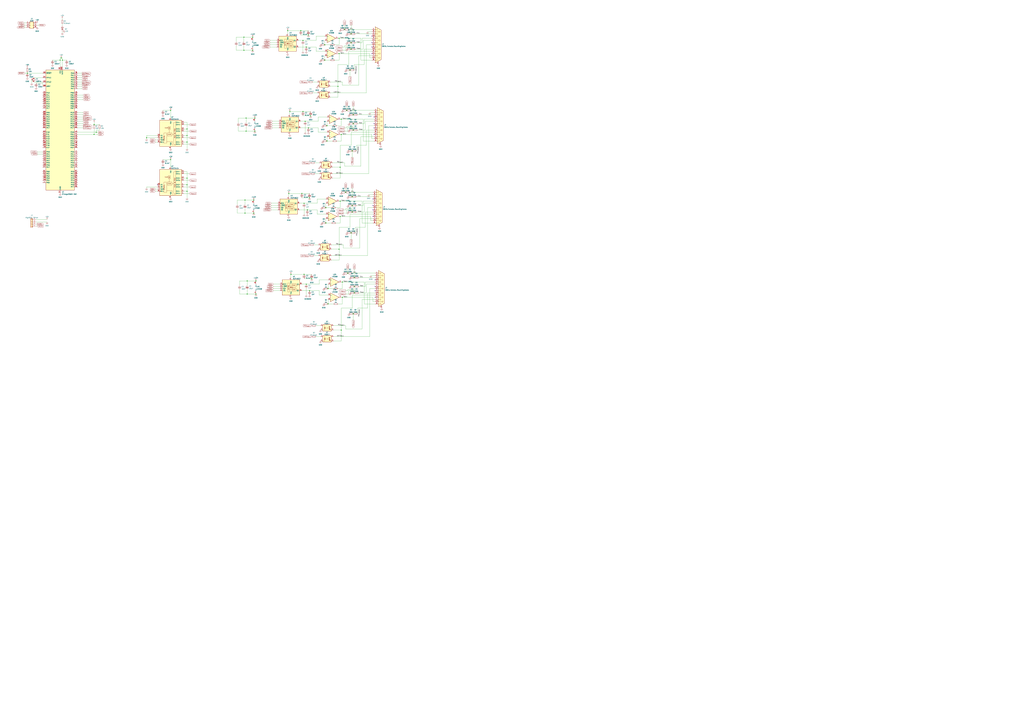
<source format=kicad_sch>
(kicad_sch (version 20211123) (generator eeschema)
  (paper "A0")
  (junction (at 411.48 340.36))
  (junction (at 217.17 165.1))
  (junction (at 287.02 326.39))
  (junction (at 351.79 129.54))
  (junction (at 408.94 228.6))
  (junction (at 358.14 148.59))
  (junction (at 353.06 318.77))
  (junction (at 71.12 67.31))
  (junction (at 293.37 43.18))
  (junction (at 72.39 69.85))
  (junction (at 381 335.28))
  (junction (at 293.37 58.42))
  (junction (at 377.19 69.85))
  (junction (at 378.46 259.08))
  (junction (at 285.75 152.4))
  (junction (at 400.05 34.29))
  (junction (at 349.25 35.56))
  (junction (at 198.12 185.42))
  (junction (at 109.22 144.78))
  (junction (at 408.94 246.38))
  (junction (at 403.86 317.5))
  (junction (at 401.32 223.52))
  (junction (at 397.51 345.44))
  (junction (at 69.85 69.85))
  (junction (at 217.17 149.86))
  (junction (at 394.97 233.68))
  (junction (at 353.06 236.22))
  (junction (at 283.21 58.42))
  (junction (at 407.67 49.53))
  (junction (at 295.91 137.16))
  (junction (at 379.73 146.05))
  (junction (at 217.17 157.48))
  (junction (at 394.97 251.46))
  (junction (at 360.68 134.62))
  (junction (at 284.48 232.41))
  (junction (at 351.79 46.99))
  (junction (at 337.82 318.77))
  (junction (at 393.7 62.23))
  (junction (at 411.48 322.58))
  (junction (at 217.17 207.01))
  (junction (at 284.48 247.65))
  (junction (at 397.51 327.66))
  (junction (at 336.55 129.54))
  (junction (at 411.48 332.74))
  (junction (at 356.87 243.84))
  (junction (at 359.41 337.82))
  (junction (at 294.64 247.65))
  (junction (at 355.6 54.61))
  (junction (at 294.64 232.41))
  (junction (at 379.73 163.83))
  (junction (at 392.43 100.33))
  (junction (at 217.17 222.25))
  (junction (at 109.22 156.21))
  (junction (at 396.24 383.54))
  (junction (at 393.7 289.56))
  (junction (at 396.24 156.21))
  (junction (at 407.67 57.15))
  (junction (at 350.52 224.79))
  (junction (at 335.28 224.79))
  (junction (at 295.91 152.4))
  (junction (at 334.01 35.56))
  (junction (at 407.67 270.51))
  (junction (at 297.18 341.63))
  (junction (at 406.4 81.28))
  (junction (at 111.76 153.67))
  (junction (at 217.17 214.63))
  (junction (at 407.67 39.37))
  (junction (at 381 353.06))
  (junction (at 358.14 40.64))
  (junction (at 354.33 140.97))
  (junction (at 198.12 128.27))
  (junction (at 410.21 364.49))
  (junction (at 361.95 323.85))
  (junction (at 378.46 241.3))
  (junction (at 283.21 43.18))
  (junction (at 287.02 341.63))
  (junction (at 410.21 151.13))
  (junction (at 408.94 238.76))
  (junction (at 355.6 330.2))
  (junction (at 297.18 326.39))
  (junction (at 408.94 175.26))
  (junction (at 31.75 85.09))
  (junction (at 402.59 128.27))
  (junction (at 359.41 229.87))
  (junction (at 377.19 52.07))
  (junction (at 394.97 194.31))
  (junction (at 410.21 143.51))
  (junction (at 285.75 137.16))
  (junction (at 170.18 160.02))
  (junction (at 410.21 133.35))
  (junction (at 396.24 138.43))
  (junction (at 393.7 44.45))
  (no_connect (at 433.07 231.14))
  (no_connect (at 435.61 337.82))
  (no_connect (at 435.61 325.12))
  (no_connect (at 435.61 332.74))
  (no_connect (at 182.88 214.63))
  (no_connect (at 434.34 135.89))
  (no_connect (at 435.61 345.44))
  (no_connect (at 433.07 238.76))
  (no_connect (at 434.34 148.59))
  (no_connect (at 431.8 49.53))
  (no_connect (at 431.8 54.61))
  (no_connect (at 431.8 41.91))
  (no_connect (at 434.34 143.51))
  (no_connect (at 433.07 251.46))
  (no_connect (at 434.34 156.21))
  (no_connect (at 433.07 243.84))
  (no_connect (at 431.8 62.23))
  (wire (pts (xy 287.02 326.39) (xy 287.02 331.47)))
  (wire (pts (xy 420.37 49.53) (xy 412.75 49.53)))
  (wire (pts (xy 189.23 128.27) (xy 198.12 128.27)))
  (wire (pts (xy 349.25 40.64) (xy 358.14 40.64)))
  (wire (pts (xy 287.02 341.63) (xy 287.02 336.55)))
  (wire (pts (xy 425.45 330.2) (xy 425.45 340.36)))
  (wire (pts (xy 363.22 95.25) (xy 368.3 95.25)))
  (wire (pts (xy 407.67 278.13) (xy 407.67 270.51)))
  (wire (pts (xy 402.59 247.65) (xy 402.59 243.84)))
  (wire (pts (xy 405.13 34.29) (xy 431.8 34.29)))
  (wire (pts (xy 429.26 130.81) (xy 434.34 130.81)))
  (wire (pts (xy 408.94 317.5) (xy 435.61 317.5)))
  (wire (pts (xy 401.32 218.44) (xy 401.32 223.52)))
  (wire (pts (xy 396.24 156.21) (xy 431.8 156.21)))
  (wire (pts (xy 406.4 264.16) (xy 393.7 264.16)))
  (wire (pts (xy 419.1 158.75) (xy 419.1 193.04)))
  (wire (pts (xy 421.64 46.99) (xy 421.64 57.15)))
  (wire (pts (xy 278.13 326.39) (xy 278.13 331.47)))
  (wire (pts (xy 293.37 58.42) (xy 283.21 58.42)))
  (wire (pts (xy 393.7 62.23) (xy 429.26 62.23)))
  (wire (pts (xy 412.75 264.16) (xy 412.75 270.51)))
  (wire (pts (xy 434.34 146.05) (xy 427.99 146.05)))
  (wire (pts (xy 350.52 224.79) (xy 359.41 224.79)))
  (wire (pts (xy 405.13 74.93) (xy 392.43 74.93)))
  (wire (pts (xy 394.97 168.91) (xy 394.97 194.31)))
  (wire (pts (xy 397.51 99.06) (xy 397.51 95.25)))
  (wire (pts (xy 377.19 64.77) (xy 377.19 69.85)))
  (wire (pts (xy 295.91 137.16) (xy 285.75 137.16)))
  (wire (pts (xy 353.06 323.85) (xy 361.95 323.85)))
  (wire (pts (xy 217.17 214.63) (xy 217.17 207.01)))
  (wire (pts (xy 427.99 226.06) (xy 433.07 226.06)))
  (wire (pts (xy 111.76 153.67) (xy 114.3 153.67)))
  (wire (pts (xy 392.43 353.06) (xy 397.51 353.06)))
  (wire (pts (xy 275.59 232.41) (xy 275.59 237.49)))
  (wire (pts (xy 213.36 217.17) (xy 219.71 217.17)))
  (wire (pts (xy 425.45 107.95) (xy 383.54 107.95)))
  (wire (pts (xy 354.33 140.97) (xy 369.57 140.97)))
  (wire (pts (xy 421.64 163.83) (xy 434.34 163.83)))
  (wire (pts (xy 396.24 163.83) (xy 396.24 156.21)))
  (wire (pts (xy 359.41 337.82) (xy 370.84 337.82)))
  (wire (pts (xy 365.76 189.23) (xy 370.84 189.23)))
  (wire (pts (xy 434.34 158.75) (xy 419.1 158.75)))
  (wire (pts (xy 407.67 29.21) (xy 407.67 39.37)))
  (wire (pts (xy 421.64 238.76) (xy 414.02 238.76)))
  (wire (pts (xy 213.36 224.79) (xy 219.71 224.79)))
  (wire (pts (xy 398.78 284.48) (xy 384.81 284.48)))
  (wire (pts (xy 217.17 222.25) (xy 213.36 222.25)))
  (wire (pts (xy 421.64 57.15) (xy 412.75 57.15)))
  (wire (pts (xy 394.97 233.68) (xy 393.7 233.68)))
  (wire (pts (xy 170.18 160.02) (xy 182.88 160.02)))
  (wire (pts (xy 420.37 44.45) (xy 420.37 49.53)))
  (wire (pts (xy 402.59 148.59) (xy 402.59 147.32)))
  (wire (pts (xy 356.87 243.84) (xy 368.3 243.84)))
  (wire (pts (xy 293.37 43.18) (xy 283.21 43.18)))
  (wire (pts (xy 397.51 327.66) (xy 422.91 327.66)))
  (wire (pts (xy 420.37 259.08) (xy 433.07 259.08)))
  (wire (pts (xy 72.39 67.31) (xy 72.39 69.85)))
  (wire (pts (xy 389.89 259.08) (xy 394.97 259.08)))
  (wire (pts (xy 393.7 264.16) (xy 393.7 289.56)))
  (wire (pts (xy 405.13 341.63) (xy 405.13 337.82)))
  (wire (pts (xy 316.23 143.51) (xy 323.85 143.51)))
  (wire (pts (xy 111.76 151.13) (xy 115.57 151.13)))
  (wire (pts (xy 403.86 337.82) (xy 403.86 336.55)))
  (wire (pts (xy 90.17 92.71) (xy 95.25 92.71)))
  (wire (pts (xy 393.7 52.07) (xy 393.7 44.45)))
  (wire (pts (xy 424.18 140.97) (xy 424.18 151.13)))
  (wire (pts (xy 347.98 236.22) (xy 353.06 236.22)))
  (wire (pts (xy 27.94 31.75) (xy 30.48 31.75)))
  (wire (pts (xy 403.86 336.55) (xy 411.48 336.55)))
  (wire (pts (xy 355.6 335.28) (xy 355.6 342.9)))
  (wire (pts (xy 90.17 146.05) (xy 96.52 146.05)))
  (wire (pts (xy 394.97 233.68) (xy 420.37 233.68)))
  (wire (pts (xy 422.91 74.93) (xy 411.48 74.93)))
  (wire (pts (xy 313.69 46.99) (xy 321.31 46.99)))
  (wire (pts (xy 402.59 147.32) (xy 410.21 147.32)))
  (wire (pts (xy 90.17 85.09) (xy 95.25 85.09)))
  (wire (pts (xy 69.85 69.85) (xy 69.85 67.31)))
  (wire (pts (xy 429.26 62.23) (xy 429.26 67.31)))
  (wire (pts (xy 426.72 241.3) (xy 426.72 297.18)))
  (wire (pts (xy 217.17 142.24) (xy 213.36 142.24)))
  (wire (pts (xy 109.22 142.24) (xy 109.22 144.78)))
  (wire (pts (xy 314.96 243.84) (xy 322.58 243.84)))
  (wire (pts (xy 424.18 264.16) (xy 412.75 264.16)))
  (wire (pts (xy 401.32 337.82) (xy 403.86 337.82)))
  (wire (pts (xy 425.45 330.2) (xy 435.61 330.2)))
  (wire (pts (xy 379.73 158.75) (xy 379.73 163.83)))
  (wire (pts (xy 189.23 185.42) (xy 198.12 185.42)))
  (wire (pts (xy 217.17 229.87) (xy 217.17 222.25)))
  (wire (pts (xy 435.61 347.98) (xy 420.37 347.98)))
  (wire (pts (xy 421.64 233.68) (xy 421.64 238.76)))
  (wire (pts (xy 198.12 128.27) (xy 198.12 137.16)))
  (wire (pts (xy 60.96 69.85) (xy 69.85 69.85)))
  (wire (pts (xy 400.05 148.59) (xy 402.59 148.59)))
  (wire (pts (xy 410.21 123.19) (xy 410.21 133.35)))
  (wire (pts (xy 41.91 260.35) (xy 43.18 260.35)))
  (wire (pts (xy 415.29 133.35) (xy 434.34 133.35)))
  (wire (pts (xy 368.3 236.22) (xy 368.3 231.14)))
  (wire (pts (xy 170.18 217.17) (xy 170.18 218.44)))
  (wire (pts (xy 287.02 326.39) (xy 278.13 326.39)))
  (wire (pts (xy 285.75 137.16) (xy 276.86 137.16)))
  (wire (pts (xy 422.91 236.22) (xy 433.07 236.22)))
  (wire (pts (xy 278.13 341.63) (xy 278.13 336.55)))
  (wire (pts (xy 401.32 54.61) (xy 407.67 54.61)))
  (wire (pts (xy 397.51 95.25) (xy 383.54 95.25)))
  (wire (pts (xy 433.07 345.44) (xy 433.07 350.52)))
  (wire (pts (xy 389.89 241.3) (xy 394.97 241.3)))
  (wire (pts (xy 408.94 218.44) (xy 408.94 228.6)))
  (wire (pts (xy 367.03 378.46) (xy 372.11 378.46)))
  (wire (pts (xy 411.48 312.42) (xy 411.48 322.58)))
  (wire (pts (xy 351.79 52.07) (xy 351.79 59.69)))
  (wire (pts (xy 39.37 95.25) (xy 49.53 95.25)))
  (wire (pts (xy 314.96 238.76) (xy 322.58 238.76)))
  (wire (pts (xy 419.1 69.85) (xy 431.8 69.85)))
  (wire (pts (xy 431.8 64.77) (xy 416.56 64.77)))
  (wire (pts (xy 90.17 113.03) (xy 96.52 113.03)))
  (wire (pts (xy 350.52 330.2) (xy 355.6 330.2)))
  (wire (pts (xy 182.88 217.17) (xy 170.18 217.17)))
  (wire (pts (xy 351.79 134.62) (xy 360.68 134.62)))
  (wire (pts (xy 335.28 224.79) (xy 350.52 224.79)))
  (wire (pts (xy 407.67 128.27) (xy 434.34 128.27)))
  (wire (pts (xy 350.52 229.87) (xy 359.41 229.87)))
  (wire (pts (xy 90.17 135.89) (xy 96.52 135.89)))
  (wire (pts (xy 406.4 248.92) (xy 406.4 264.16)))
  (wire (pts (xy 90.17 110.49) (xy 96.52 110.49)))
  (wire (pts (xy 90.17 95.25) (xy 95.25 95.25)))
  (wire (pts (xy 378.46 241.3) (xy 384.81 241.3)))
  (wire (pts (xy 402.59 243.84) (xy 408.94 243.84)))
  (wire (pts (xy 275.59 247.65) (xy 275.59 242.57)))
  (wire (pts (xy 402.59 123.19) (xy 402.59 128.27)))
  (wire (pts (xy 403.86 148.59) (xy 410.21 148.59)))
  (wire (pts (xy 424.18 151.13) (xy 415.29 151.13)))
  (wire (pts (xy 337.82 318.77) (xy 353.06 318.77)))
  (wire (pts (xy 377.19 52.07) (xy 383.54 52.07)))
  (wire (pts (xy 283.21 58.42) (xy 283.21 53.34)))
  (wire (pts (xy 422.91 353.06) (xy 435.61 353.06)))
  (wire (pts (xy 400.05 53.34) (xy 407.67 53.34)))
  (wire (pts (xy 431.8 44.45) (xy 420.37 44.45)))
  (wire (pts (xy 316.23 140.97) (xy 323.85 140.97)))
  (wire (pts (xy 90.17 115.57) (xy 96.52 115.57)))
  (wire (pts (xy 407.67 49.53) (xy 407.67 53.34)))
  (wire (pts (xy 393.7 69.85) (xy 393.7 62.23)))
  (wire (pts (xy 170.18 161.29) (xy 170.18 160.02)))
  (wire (pts (xy 346.71 54.61) (xy 355.6 54.61)))
  (wire (pts (xy 377.19 69.85) (xy 383.54 69.85)))
  (wire (pts (xy 392.43 100.33) (xy 392.43 113.03)))
  (wire (pts (xy 285.75 152.4) (xy 285.75 147.32)))
  (wire (pts (xy 213.36 209.55) (xy 219.71 209.55)))
  (wire (pts (xy 351.79 46.99) (xy 367.03 46.99)))
  (wire (pts (xy 349.25 140.97) (xy 354.33 140.97)))
  (wire (pts (xy 396.24 383.54) (xy 396.24 396.24)))
  (wire (pts (xy 355.6 54.61) (xy 367.03 54.61)))
  (wire (pts (xy 180.34 165.1) (xy 182.88 165.1)))
  (wire (pts (xy 433.07 248.92) (xy 406.4 248.92)))
  (wire (pts (xy 346.71 46.99) (xy 351.79 46.99)))
  (wire (pts (xy 407.67 153.67) (xy 407.67 168.91)))
  (wire (pts (xy 410.21 372.11) (xy 410.21 364.49)))
  (wire (pts (xy 351.79 129.54) (xy 360.68 129.54)))
  (wire (pts (xy 416.56 322.58) (xy 435.61 322.58)))
  (wire (pts (xy 397.51 345.44) (xy 396.24 345.44)))
  (wire (pts (xy 421.64 138.43) (xy 421.64 163.83)))
  (wire (pts (xy 431.8 161.29) (xy 434.34 161.29)))
  (wire (pts (xy 430.53 256.54) (xy 433.07 256.54)))
  (wire (pts (xy 297.18 326.39) (xy 287.02 326.39)))
  (wire (pts (xy 393.7 44.45) (xy 392.43 44.45)))
  (wire (pts (xy 90.17 153.67) (xy 111.76 153.67)))
  (wire (pts (xy 90.17 143.51) (xy 96.52 143.51)))
  (wire (pts (xy 317.5 337.82) (xy 325.12 337.82)))
  (wire (pts (xy 400.05 29.21) (xy 400.05 34.29)))
  (wire (pts (xy 313.69 54.61) (xy 321.31 54.61)))
  (wire (pts (xy 422.91 236.22) (xy 422.91 246.38)))
  (wire (pts (xy 394.97 251.46) (xy 393.7 251.46)))
  (wire (pts (xy 180.34 162.56) (xy 182.88 162.56)))
  (wire (pts (xy 422.91 327.66) (xy 422.91 353.06)))
  (wire (pts (xy 425.45 151.13) (xy 425.45 168.91)))
  (wire (pts (xy 90.17 148.59) (xy 96.52 148.59)))
  (wire (pts (xy 410.21 148.59) (xy 410.21 151.13)))
  (wire (pts (xy 355.6 330.2) (xy 370.84 330.2)))
  (wire (pts (xy 90.17 138.43) (xy 96.52 138.43)))
  (wire (pts (xy 217.17 149.86) (xy 217.17 142.24)))
  (wire (pts (xy 431.8 59.69) (xy 405.13 59.69)))
  (wire (pts (xy 363.22 107.95) (xy 368.3 107.95)))
  (wire (pts (xy 49.53 96.52) (xy 49.53 100.33)))
  (wire (pts (xy 90.17 87.63) (xy 95.25 87.63)))
  (wire (pts (xy 69.85 69.85) (xy 69.85 77.47)))
  (wire (pts (xy 426.72 36.83) (xy 431.8 36.83)))
  (wire (pts (xy 419.1 44.45) (xy 419.1 69.85)))
  (wire (pts (xy 384.81 289.56) (xy 393.7 289.56)))
  (wire (pts (xy 368.3 231.14) (xy 378.46 231.14)))
  (wire (pts (xy 383.54 100.33) (xy 392.43 100.33)))
  (wire (pts (xy 433.07 246.38) (xy 424.18 246.38)))
  (wire (pts (xy 381 353.06) (xy 387.35 353.06)))
  (wire (pts (xy 276.86 152.4) (xy 276.86 147.32)))
  (wire (pts (xy 412.75 39.37) (xy 431.8 39.37)))
  (wire (pts (xy 435.61 340.36) (xy 426.72 340.36)))
  (wire (pts (xy 90.17 90.17) (xy 95.25 90.17)))
  (wire (pts (xy 347.98 243.84) (xy 356.87 243.84)))
  (wire (pts (xy 394.97 241.3) (xy 394.97 233.68)))
  (wire (pts (xy 392.43 335.28) (xy 397.51 335.28)))
  (wire (pts (xy 408.94 243.84) (xy 408.94 246.38)))
  (wire (pts (xy 41.91 262.89) (xy 43.18 262.89)))
  (wire (pts (xy 431.8 57.15) (xy 422.91 57.15)))
  (wire (pts (xy 285.75 152.4) (xy 276.86 152.4)))
  (wire (pts (xy 400.05 54.61) (xy 400.05 53.34)))
  (wire (pts (xy 400.05 189.23) (xy 386.08 189.23)))
  (wire (pts (xy 401.32 382.27) (xy 401.32 378.46)))
  (wire (pts (xy 422.91 138.43) (xy 422.91 143.51)))
  (wire (pts (xy 401.32 341.63) (xy 405.13 341.63)))
  (wire (pts (xy 400.05 193.04) (xy 400.05 189.23)))
  (wire (pts (xy 364.49 284.48) (xy 369.57 284.48)))
  (wire (pts (xy 72.39 77.47) (xy 72.39 69.85)))
  (wire (pts (xy 397.51 327.66) (xy 396.24 327.66)))
  (wire (pts (xy 408.94 342.9) (xy 408.94 358.14)))
  (wire (pts (xy 425.45 52.07) (xy 425.45 107.95)))
  (wire (pts (xy 396.24 146.05) (xy 396.24 138.43)))
  (wire (pts (xy 394.97 251.46) (xy 430.53 251.46)))
  (wire (pts (xy 353.06 236.22) (xy 368.3 236.22)))
  (wire (pts (xy 284.48 247.65) (xy 275.59 247.65)))
  (wire (pts (xy 429.26 67.31) (xy 431.8 67.31)))
  (wire (pts (xy 213.36 144.78) (xy 219.71 144.78)))
  (wire (pts (xy 31.75 83.82) (xy 31.75 85.09)))
  (wire (pts (xy 217.17 214.63) (xy 213.36 214.63)))
  (wire (pts (xy 387.35 383.54) (xy 396.24 383.54)))
  (wire (pts (xy 217.17 149.86) (xy 213.36 149.86)))
  (wire (pts (xy 350.52 337.82) (xy 359.41 337.82)))
  (wire (pts (xy 27.94 29.21) (xy 30.48 29.21)))
  (wire (pts (xy 435.61 342.9) (xy 408.94 342.9)))
  (wire (pts (xy 401.32 58.42) (xy 401.32 54.61)))
  (wire (pts (xy 411.48 337.82) (xy 411.48 340.36)))
  (wire (pts (xy 396.24 358.14) (xy 396.24 383.54)))
  (wire (pts (xy 403.86 312.42) (xy 403.86 317.5)))
  (wire (pts (xy 396.24 156.21) (xy 394.97 156.21)))
  (wire (pts (xy 27.94 26.67) (xy 30.48 26.67)))
  (wire (pts (xy 401.32 378.46) (xy 387.35 378.46)))
  (wire (pts (xy 388.62 69.85) (xy 393.7 69.85)))
  (wire (pts (xy 283.21 43.18) (xy 283.21 48.26)))
  (wire (pts (xy 405.13 59.69) (xy 405.13 74.93)))
  (wire (pts (xy 398.78 247.65) (xy 402.59 247.65)))
  (wire (pts (xy 369.57 153.67) (xy 379.73 153.67)))
  (wire (pts (xy 217.17 165.1) (xy 213.36 165.1)))
  (wire (pts (xy 336.55 129.54) (xy 351.79 129.54)))
  (wire (pts (xy 358.14 148.59) (xy 369.57 148.59)))
  (wire (pts (xy 426.72 340.36) (xy 426.72 358.14)))
  (wire (pts (xy 90.17 102.87) (xy 95.25 102.87)))
  (wire (pts (xy 393.7 62.23) (xy 392.43 62.23)))
  (wire (pts (xy 217.17 157.48) (xy 217.17 149.86)))
  (wire (pts (xy 90.17 97.79) (xy 95.25 97.79)))
  (wire (pts (xy 39.37 90.17) (xy 49.53 90.17)))
  (wire (pts (xy 433.07 254) (xy 417.83 254)))
  (wire (pts (xy 283.21 58.42) (xy 274.32 58.42)))
  (wire (pts (xy 369.57 148.59) (xy 369.57 153.67)))
  (wire (pts (xy 276.86 137.16) (xy 276.86 142.24)))
  (wire (pts (xy 367.03 59.69) (xy 377.19 59.69)))
  (wire (pts (xy 335.28 224.79) (xy 335.28 228.6)))
  (wire (pts (xy 420.37 382.27) (xy 401.32 382.27)))
  (wire (pts (xy 400.05 152.4) (xy 403.86 152.4)))
  (wire (pts (xy 217.17 207.01) (xy 213.36 207.01)))
  (wire (pts (xy 313.69 52.07) (xy 321.31 52.07)))
  (wire (pts (xy 433.07 233.68) (xy 421.64 233.68)))
  (wire (pts (xy 429.26 391.16) (xy 387.35 391.16)))
  (wire (pts (xy 410.21 143.51) (xy 410.21 147.32)))
  (wire (pts (xy 433.07 241.3) (xy 426.72 241.3)))
  (wire (pts (xy 317.5 330.2) (xy 325.12 330.2)))
  (wire (pts (xy 397.51 345.44) (xy 433.07 345.44)))
  (wire (pts (xy 429.26 335.28) (xy 429.26 391.16)))
  (wire (pts (xy 379.73 140.97) (xy 379.73 146.05)))
  (wire (pts (xy 109.22 144.78) (xy 115.57 144.78)))
  (wire (pts (xy 406.4 223.52) (xy 433.07 223.52)))
  (wire (pts (xy 72.39 27.94) (xy 72.39 29.21)))
  (wire (pts (xy 314.96 236.22) (xy 322.58 236.22)))
  (wire (pts (xy 391.16 146.05) (xy 396.24 146.05)))
  (wire (pts (xy 109.22 149.86) (xy 109.22 156.21)))
  (wire (pts (xy 274.32 58.42) (xy 274.32 53.34)))
  (wire (pts (xy 391.16 163.83) (xy 396.24 163.83)))
  (wire (pts (xy 36.83 92.71) (xy 36.83 96.52)))
  (wire (pts (xy 426.72 358.14) (xy 415.29 358.14)))
  (wire (pts (xy 369.57 135.89) (xy 379.73 135.89)))
  (wire (pts (xy 354.33 146.05) (xy 354.33 153.67)))
  (wire (pts (xy 284.48 232.41) (xy 284.48 237.49)))
  (wire (pts (xy 170.18 157.48) (xy 182.88 157.48)))
  (wire (pts (xy 394.97 194.31) (xy 394.97 207.01)))
  (wire (pts (xy 407.67 168.91) (xy 394.97 168.91)))
  (wire (pts (xy 421.64 46.99) (xy 431.8 46.99)))
  (wire (pts (xy 334.01 35.56) (xy 334.01 39.37)))
  (wire (pts (xy 349.25 148.59) (xy 358.14 148.59)))
  (wire (pts (xy 274.32 43.18) (xy 274.32 48.26)))
  (wire (pts (xy 313.69 49.53) (xy 321.31 49.53)))
  (wire (pts (xy 198.12 185.42) (xy 198.12 194.31)))
  (wire (pts (xy 427.99 146.05) (xy 427.99 201.93)))
  (wire (pts (xy 364.49 297.18) (xy 369.57 297.18)))
  (wire (pts (xy 381 335.28) (xy 387.35 335.28)))
  (wire (pts (xy 294.64 232.41) (xy 284.48 232.41)))
  (wire (pts (xy 31.75 85.09) (xy 49.53 85.09)))
  (wire (pts (xy 41.91 96.52) (xy 49.53 96.52)))
  (wire (pts (xy 43.18 29.21) (xy 45.72 29.21)))
  (wire (pts (xy 411.48 332.74) (xy 411.48 336.55)))
  (wire (pts (xy 417.83 288.29) (xy 398.78 288.29)))
  (wire (pts (xy 353.06 318.77) (xy 361.95 318.77)))
  (wire (pts (xy 378.46 259.08) (xy 384.81 259.08)))
  (wire (pts (xy 397.51 335.28) (xy 397.51 327.66)))
  (wire (pts (xy 370.84 330.2) (xy 370.84 325.12)))
  (wire (pts (xy 397.51 58.42) (xy 401.32 58.42)))
  (wire (pts (xy 213.36 152.4) (xy 219.71 152.4)))
  (wire (pts (xy 217.17 165.1) (xy 217.17 157.48)))
  (wire (pts (xy 284.48 232.41) (xy 275.59 232.41)))
  (wire (pts (xy 393.7 289.56) (xy 393.7 302.26)))
  (wire (pts (xy 295.91 152.4) (xy 285.75 152.4)))
  (wire (pts (xy 396.24 138.43) (xy 421.64 138.43)))
  (wire (pts (xy 430.53 251.46) (xy 430.53 256.54)))
  (wire (pts (xy 43.18 176.53) (xy 49.53 176.53)))
  (wire (pts (xy 424.18 140.97) (xy 434.34 140.97)))
  (wire (pts (xy 401.32 242.57) (xy 408.94 242.57)))
  (wire (pts (xy 370.84 325.12) (xy 381 325.12)))
  (wire (pts (xy 213.36 160.02) (xy 219.71 160.02)))
  (wire (pts (xy 408.94 182.88) (xy 408.94 175.26)))
  (wire (pts (xy 405.13 337.82) (xy 411.48 337.82)))
  (wire (pts (xy 316.23 148.59) (xy 323.85 148.59)))
  (wire (pts (xy 368.3 243.84) (xy 368.3 248.92)))
  (wire (pts (xy 396.24 396.24) (xy 387.35 396.24)))
  (wire (pts (xy 435.61 327.66) (xy 424.18 327.66)))
  (wire (pts (xy 403.86 152.4) (xy 403.86 148.59)))
  (wire (pts (xy 317.5 335.28) (xy 325.12 335.28)))
  (wire (pts (xy 434.34 153.67) (xy 407.67 153.67)))
  (wire (pts (xy 72.39 69.85) (xy 77.47 69.85)))
  (wire (pts (xy 90.17 140.97) (xy 96.52 140.97)))
  (wire (pts (xy 217.17 172.72) (xy 217.17 165.1)))
  (wire (pts (xy 284.48 247.65) (xy 284.48 242.57)))
  (wire (pts (xy 434.34 151.13) (xy 425.45 151.13)))
  (wire (pts (xy 431.8 156.21) (xy 431.8 161.29)))
  (wire (pts (xy 353.06 241.3) (xy 353.06 248.92)))
  (wire (pts (xy 378.46 254) (xy 378.46 259.08)))
  (wire (pts (xy 427.99 201.93) (xy 386.08 201.93)))
  (wire (pts (xy 407.67 54.61) (xy 407.67 57.15)))
  (wire (pts (xy 417.83 254) (xy 417.83 288.29)))
  (wire (pts (xy 394.97 207.01) (xy 386.08 207.01)))
  (wire (pts (xy 388.62 52.07) (xy 393.7 52.07)))
  (wire (pts (xy 217.17 207.01) (xy 217.17 199.39)))
  (wire (pts (xy 109.22 156.21) (xy 114.3 156.21)))
  (wire (pts (xy 369.57 140.97) (xy 369.57 135.89)))
  (wire (pts (xy 90.17 156.21) (xy 109.22 156.21)))
  (wire (pts (xy 170.18 160.02) (xy 170.18 157.48)))
  (wire (pts (xy 425.45 168.91) (xy 414.02 168.91)))
  (wire (pts (xy 111.76 153.67) (xy 111.76 151.13)))
  (wire (pts (xy 379.73 163.83) (xy 386.08 163.83)))
  (wire (pts (xy 297.18 341.63) (xy 287.02 341.63)))
  (wire (pts (xy 416.56 64.77) (xy 416.56 99.06)))
  (wire (pts (xy 337.82 318.77) (xy 337.82 322.58)))
  (wire (pts (xy 213.36 201.93) (xy 219.71 201.93)))
  (wire (pts (xy 424.18 246.38) (xy 424.18 264.16)))
  (wire (pts (xy 90.17 130.81) (xy 96.52 130.81)))
  (wire (pts (xy 71.12 67.31) (xy 72.39 67.31)))
  (wire (pts (xy 72.39 21.59) (xy 72.39 22.86)))
  (wire (pts (xy 41.91 255.27) (xy 54.61 255.27)))
  (wire (pts (xy 41.91 257.81) (xy 54.61 257.81)))
  (wire (pts (xy 115.57 151.13) (xy 115.57 149.86)))
  (wire (pts (xy 408.94 358.14) (xy 396.24 358.14)))
  (wire (pts (xy 392.43 113.03) (xy 383.54 113.03)))
  (wire (pts (xy 367.03 54.61) (xy 367.03 59.69)))
  (wire (pts (xy 420.37 347.98) (xy 420.37 382.27)))
  (wire (pts (xy 422.91 143.51) (xy 415.29 143.51)))
  (wire (pts (xy 422.91 246.38) (xy 414.02 246.38)))
  (wire (pts (xy 314.96 241.3) (xy 322.58 241.3)))
  (wire (pts (xy 334.01 35.56) (xy 349.25 35.56)))
  (wire (pts (xy 433.07 350.52) (xy 435.61 350.52)))
  (wire (pts (xy 294.64 247.65) (xy 284.48 247.65)))
  (wire (pts (xy 217.17 157.48) (xy 213.36 157.48)))
  (wire (pts (xy 430.53 320.04) (xy 435.61 320.04)))
  (wire (pts (xy 408.94 238.76) (xy 408.94 242.57)))
  (wire (pts (xy 217.17 199.39) (xy 213.36 199.39)))
  (wire (pts (xy 378.46 236.22) (xy 378.46 241.3)))
  (wire (pts (xy 370.84 337.82) (xy 370.84 342.9)))
  (wire (pts (xy 367.03 41.91) (xy 377.19 41.91)))
  (wire (pts (xy 415.29 358.14) (xy 415.29 364.49)))
  (wire (pts (xy 397.51 353.06) (xy 397.51 345.44)))
  (wire (pts (xy 283.21 43.18) (xy 274.32 43.18)))
  (wire (pts (xy 69.85 67.31) (xy 71.12 67.31)))
  (wire (pts (xy 424.18 332.74) (xy 416.56 332.74)))
  (wire (pts (xy 180.34 222.25) (xy 182.88 222.25)))
  (wire (pts (xy 72.39 36.83) (xy 72.39 38.1)))
  (wire (pts (xy 379.73 146.05) (xy 386.08 146.05)))
  (wire (pts (xy 435.61 335.28) (xy 429.26 335.28)))
  (wire (pts (xy 381 347.98) (xy 381 353.06)))
  (wire (pts (xy 377.19 46.99) (xy 377.19 52.07)))
  (wire (pts (xy 90.17 133.35) (xy 96.52 133.35)))
  (wire (pts (xy 398.78 288.29) (xy 398.78 284.48)))
  (wire (pts (xy 367.03 391.16) (xy 372.11 391.16)))
  (wire (pts (xy 90.17 100.33) (xy 95.25 100.33)))
  (wire (pts (xy 381 330.2) (xy 381 335.28)))
  (wire (pts (xy 424.18 327.66) (xy 424.18 332.74)))
  (wire (pts (xy 287.02 341.63) (xy 278.13 341.63)))
  (wire (pts (xy 367.03 46.99) (xy 367.03 41.91)))
  (wire (pts (xy 426.72 297.18) (xy 384.81 297.18)))
  (wire (pts (xy 401.32 243.84) (xy 401.32 242.57)))
  (wire (pts (xy 414.02 228.6) (xy 433.07 228.6)))
  (wire (pts (xy 180.34 219.71) (xy 182.88 219.71)))
  (wire (pts (xy 414.02 168.91) (xy 414.02 175.26)))
  (wire (pts (xy 416.56 99.06) (xy 397.51 99.06)))
  (wire (pts (xy 398.78 243.84) (xy 401.32 243.84)))
  (wire (pts (xy 411.48 74.93) (xy 411.48 81.28)))
  (wire (pts (xy 425.45 340.36) (xy 416.56 340.36)))
  (wire (pts (xy 386.08 194.31) (xy 394.97 194.31)))
  (wire (pts (xy 406.4 88.9) (xy 406.4 81.28)))
  (wire (pts (xy 365.76 201.93) (xy 370.84 201.93)))
  (wire (pts (xy 393.7 44.45) (xy 419.1 44.45)))
  (wire (pts (xy 370.84 342.9) (xy 381 342.9)))
  (wire (pts (xy 419.1 193.04) (xy 400.05 193.04)))
  (wire (pts (xy 392.43 74.93) (xy 392.43 100.33)))
  (wire (pts (xy 368.3 248.92) (xy 378.46 248.92)))
  (wire (pts (xy 336.55 129.54) (xy 336.55 133.35)))
  (wire (pts (xy 43.18 179.07) (xy 49.53 179.07)))
  (wire (pts (xy 431.8 52.07) (xy 425.45 52.07)))
  (wire (pts (xy 397.51 54.61) (xy 400.05 54.61)))
  (wire (pts (xy 349.25 35.56) (xy 358.14 35.56)))
  (wire (pts (xy 394.97 259.08) (xy 394.97 251.46)))
  (wire (pts (xy 213.36 167.64) (xy 219.71 167.64)))
  (wire (pts (xy 285.75 137.16) (xy 285.75 142.24)))
  (wire (pts (xy 317.5 332.74) (xy 325.12 332.74)))
  (wire (pts (xy 396.24 138.43) (xy 394.97 138.43)))
  (wire (pts (xy 29.21 85.09) (xy 31.75 85.09)))
  (wire (pts (xy 217.17 222.25) (xy 217.17 214.63)))
  (wire (pts (xy 422.91 57.15) (xy 422.91 74.93)))
  (wire (pts (xy 434.34 138.43) (xy 422.91 138.43)))
  (wire (pts (xy 316.23 146.05) (xy 323.85 146.05)))
  (wire (pts (xy 393.7 302.26) (xy 384.81 302.26)))
  (wire (pts (xy 420.37 233.68) (xy 420.37 259.08)))
  (label "CC_{1}" (at 410.21 317.5 0))
  (label "I_{mon}" (at 415.29 238.76 0))
  (label "UNIT_{ON,1}" (at 391.16 391.16 0))
  (label "V_{set,1}" (at 397.51 138.43 0))
  (label "I_{mon}" (at 417.83 332.74 0))
  (label "CC_{1}" (at 408.94 128.27 0))
  (label "I_{set,1}" (at 397.51 156.21 0))
  (label "I_{set,1}" (at 394.97 62.23 0))
  (label "POL_{set,1}" (at 389.89 284.48 0))
  (label "CC_{1}" (at 407.67 223.52 0))
  (label "POL_{status}" (at 415.29 265.43 270))
  (label "CV_{1}" (at 416.56 133.35 0))
  (label "POL_{status}" (at 416.56 170.18 270))
  (label "V_{set,1}" (at 394.97 44.45 0))
  (label "V_{mon}" (at 416.56 151.13 0))
  (label "V_{mon}" (at 417.83 340.36 0))
  (label "I_{mon}" (at 414.02 49.53 0))
  (label "UNIT_{ON,1}" (at 389.89 201.93 0))
  (label "UNIT_{ON,1}" (at 388.62 297.18 0))
  (label "V_{mon}" (at 414.02 57.15 0))
  (label "POL_{status,1}" (at 414.02 76.2 270))
  (label "CC_{1}" (at 406.4 34.29 0))
  (label "POL_{set,1}" (at 388.62 95.25 0))
  (label "I_{mon}" (at 416.56 143.51 0))
  (label "V_{set,1}" (at 396.24 233.68 0))
  (label "CV_{1}" (at 414.02 39.37 0))
  (label "UNIT_{ON,1}" (at 387.35 107.95 0))
  (label "I_{set,1}" (at 398.78 345.44 0))
  (label "CV_{1}" (at 415.29 228.6 0))
  (label "I_{set,1}" (at 396.24 251.46 0))
  (label "POL_{set,1}" (at 392.43 378.46 0))
  (label "V_{set,1}" (at 398.78 327.66 0))
  (label "CV_{1}" (at 417.83 322.58 0))
  (label "V_{mon}" (at 415.29 246.38 0))
  (label "POL_{set,1}" (at 391.16 189.23 0))
  (label "POL_{status}" (at 417.83 359.41 270))
  (global_label "CC4" (shape output) (at 403.86 312.42 90) (property "Intersheet References" "${INTERSHEET_REFS}" (effects hide)))
  (global_label "POL_{in,1}" (shape output) (at 406.4 88.9 270) (property "Intersheet References" "${INTERSHEET_REFS}" (effects hide)))
  (global_label "SCK" (shape input) (at 317.5 330.2 180) (property "Intersheet References" "${INTERSHEET_REFS}" (effects hide)))
  (global_label "V_{mon,2}" (shape output) (at 400.05 152.4 180) (property "Intersheet References" "${INTERSHEET_REFS}" (effects hide)))
  (global_label "SCL" (shape input) (at 180.34 222.25 180) (property "Intersheet References" "${INTERSHEET_REFS}" (effects hide)))
  (global_label "SDA" (shape output) (at 114.3 156.21 0) (property "Intersheet References" "${INTERSHEET_REFS}" (effects hide)))
  (global_label "~{CS_{PSU2}}" (shape input) (at 316.23 148.59 180) (property "Intersheet References" "${INTERSHEET_REFS}" (effects hide)))
  (global_label "SCL" (shape output) (at 114.3 153.67 0) (property "Intersheet References" "${INTERSHEET_REFS}" (effects hide)))
  (global_label "POL_{set,1}" (shape output) (at 95.25 87.63 0) (property "Intersheet References" "${INTERSHEET_REFS}" (effects hide)))
  (global_label "V_{mon,2}" (shape input) (at 219.71 152.4 0) (property "Intersheet References" "${INTERSHEET_REFS}" (effects hide)))
  (global_label "UNIT_{ON,3}" (shape output) (at 96.52 148.59 0) (property "Intersheet References" "${INTERSHEET_REFS}" (effects hide)))
  (global_label "SCL" (shape input) (at 180.34 165.1 180) (property "Intersheet References" "${INTERSHEET_REFS}" (effects hide)))
  (global_label "MOSI" (shape input) (at 316.23 146.05 180) (property "Intersheet References" "${INTERSHEET_REFS}" (effects hide)))
  (global_label "V_{mon,1}" (shape output) (at 397.51 58.42 180) (property "Intersheet References" "${INTERSHEET_REFS}" (effects hide)))
  (global_label "UNIT_{ON,1}" (shape output) (at 95.25 85.09 0) (property "Intersheet References" "${INTERSHEET_REFS}" (effects hide)))
  (global_label "MISO" (shape bidirectional) (at 96.52 115.57 0) (property "Intersheet References" "${INTERSHEET_REFS}" (effects hide)))
  (global_label "CC4" (shape input) (at 96.52 133.35 0) (property "Intersheet References" "${INTERSHEET_REFS}" (effects hide)))
  (global_label "UNIT_{ON,3}" (shape input) (at 359.41 297.18 180) (property "Intersheet References" "${INTERSHEET_REFS}" (effects hide)))
  (global_label "~{LDAC}" (shape input) (at 317.5 332.74 180) (property "Intersheet References" "${INTERSHEET_REFS}" (effects hide)))
  (global_label "CV4" (shape output) (at 411.48 312.42 90) (property "Intersheet References" "${INTERSHEET_REFS}" (effects hide)))
  (global_label "POL_{set,2}" (shape input) (at 360.68 189.23 180) (property "Intersheet References" "${INTERSHEET_REFS}" (effects hide)))
  (global_label "HVTX" (shape input) (at 43.18 262.89 0) (property "Intersheet References" "${INTERSHEET_REFS}" (effects hide)))
  (global_label "MOSI" (shape input) (at 314.96 241.3 180) (property "Intersheet References" "${INTERSHEET_REFS}" (effects hide)))
  (global_label "I_{mon,4}" (shape input) (at 219.71 201.93 0) (property "Intersheet References" "${INTERSHEET_REFS}" (effects hide)))
  (global_label "MISO" (shape input) (at 27.94 26.67 180) (property "Intersheet References" "${INTERSHEET_REFS}" (effects hide)))
  (global_label "SDA" (shape input) (at 180.34 162.56 180) (property "Intersheet References" "${INTERSHEET_REFS}" (effects hide)))
  (global_label "POL_{in,4}" (shape output) (at 410.21 372.11 270) (property "Intersheet References" "${INTERSHEET_REFS}" (effects hide)))
  (global_label "HVRX" (shape output) (at 43.18 260.35 0) (property "Intersheet References" "${INTERSHEET_REFS}" (effects hide)))
  (global_label "CV2" (shape input) (at 95.25 102.87 0) (property "Intersheet References" "${INTERSHEET_REFS}" (effects hide)))
  (global_label "I_{mon,1}" (shape input) (at 219.71 160.02 0) (property "Intersheet References" "${INTERSHEET_REFS}" (effects hide)))
  (global_label "~{LDAC}" (shape input) (at 314.96 238.76 180) (property "Intersheet References" "${INTERSHEET_REFS}" (effects hide)))
  (global_label "~{LDAC}" (shape input) (at 313.69 49.53 180) (property "Intersheet References" "${INTERSHEET_REFS}" (effects hide)))
  (global_label "V_{mon,3}" (shape input) (at 219.71 224.79 0) (property "Intersheet References" "${INTERSHEET_REFS}" (effects hide)))
  (global_label "CV4" (shape input) (at 96.52 130.81 0) (property "Intersheet References" "${INTERSHEET_REFS}" (effects hide)))
  (global_label "CV2" (shape output) (at 410.21 123.19 90) (property "Intersheet References" "${INTERSHEET_REFS}" (effects hide)))
  (global_label "~{RESET}" (shape output) (at 27.94 31.75 180) (property "Intersheet References" "${INTERSHEET_REFS}" (effects hide)))
  (global_label "HVRX" (shape input) (at 43.18 176.53 180) (property "Intersheet References" "${INTERSHEET_REFS}" (effects hide)))
  (global_label "CC3" (shape output) (at 401.32 218.44 90) (property "Intersheet References" "${INTERSHEET_REFS}" (effects hide)))
  (global_label "V_{mon,1}" (shape input) (at 219.71 167.64 0) (property "Intersheet References" "${INTERSHEET_REFS}" (effects hide)))
  (global_label "~{CS_{PSU3}}" (shape input) (at 314.96 243.84 180) (property "Intersheet References" "${INTERSHEET_REFS}" (effects hide)))
  (global_label "I_{mon,4}" (shape output) (at 401.32 337.82 180) (property "Intersheet References" "${INTERSHEET_REFS}" (effects hide)))
  (global_label "SDA" (shape input) (at 180.34 219.71 180) (property "Intersheet References" "${INTERSHEET_REFS}" (effects hide)))
  (global_label "CV3" (shape output) (at 408.94 218.44 90) (property "Intersheet References" "${INTERSHEET_REFS}" (effects hide)))
  (global_label "SCK" (shape output) (at 27.94 29.21 180) (property "Intersheet References" "${INTERSHEET_REFS}" (effects hide)))
  (global_label "CC2" (shape output) (at 402.59 123.19 90) (property "Intersheet References" "${INTERSHEET_REFS}" (effects hide)))
  (global_label "I_{mon,2}" (shape output) (at 400.05 148.59 180) (property "Intersheet References" "${INTERSHEET_REFS}" (effects hide)))
  (global_label "HVTX" (shape output) (at 43.18 179.07 180) (property "Intersheet References" "${INTERSHEET_REFS}" (effects hide)))
  (global_label "UNIT_{ON,1}" (shape input) (at 358.14 107.95 180) (property "Intersheet References" "${INTERSHEET_REFS}" (effects hide)))
  (global_label "MOSI" (shape input) (at 317.5 335.28 180) (property "Intersheet References" "${INTERSHEET_REFS}" (effects hide)))
  (global_label "I_{mon,1}" (shape output) (at 397.51 54.61 180) (property "Intersheet References" "${INTERSHEET_REFS}" (effects hide)))
  (global_label "POL_{set,3}" (shape input) (at 359.41 284.48 180) (property "Intersheet References" "${INTERSHEET_REFS}" (effects hide)))
  (global_label "POL_{set,2}" (shape output) (at 95.25 97.79 0) (property "Intersheet References" "${INTERSHEET_REFS}" (effects hide)))
  (global_label "CC3" (shape input) (at 96.52 143.51 0) (property "Intersheet References" "${INTERSHEET_REFS}" (effects hide)))
  (global_label "CV1" (shape input) (at 95.25 92.71 0) (property "Intersheet References" "${INTERSHEET_REFS}" (effects hide)))
  (global_label "I_{mon,2}" (shape input) (at 219.71 144.78 0) (property "Intersheet References" "${INTERSHEET_REFS}" (effects hide)))
  (global_label "MOSI" (shape input) (at 313.69 52.07 180) (property "Intersheet References" "${INTERSHEET_REFS}" (effects hide)))
  (global_label "SCK" (shape bidirectional) (at 96.52 110.49 0) (property "Intersheet References" "${INTERSHEET_REFS}" (effects hide)))
  (global_label "MOSI" (shape bidirectional) (at 96.52 113.03 0) (property "Intersheet References" "${INTERSHEET_REFS}" (effects hide)))
  (global_label "MOSI" (shape output) (at 45.72 29.21 0) (property "Intersheet References" "${INTERSHEET_REFS}" (effects hide)))
  (global_label "POL_{set,4}" (shape input) (at 361.95 378.46 180) (property "Intersheet References" "${INTERSHEET_REFS}" (effects hide)))
  (global_label "~{LDAC}" (shape input) (at 316.23 143.51 180) (property "Intersheet References" "${INTERSHEET_REFS}" (effects hide)))
  (global_label "POL_{in,2}" (shape output) (at 408.94 182.88 270) (property "Intersheet References" "${INTERSHEET_REFS}" (effects hide)))
  (global_label "CC1" (shape input) (at 95.25 90.17 0) (property "Intersheet References" "${INTERSHEET_REFS}" (effects hide)))
  (global_label "POL_{in,3}" (shape output) (at 407.67 278.13 270) (property "Intersheet References" "${INTERSHEET_REFS}" (effects hide)))
  (global_label "UNIT_{ON,2}" (shape output) (at 95.25 95.25 0) (property "Intersheet References" "${INTERSHEET_REFS}" (effects hide)))
  (global_label "POL_{set,1}" (shape input) (at 358.14 95.25 180) (property "Intersheet References" "${INTERSHEET_REFS}" (effects hide)))
  (global_label "CC1" (shape output) (at 400.05 29.21 90) (property "Intersheet References" "${INTERSHEET_REFS}" (effects hide)))
  (global_label "SCK" (shape input) (at 313.69 46.99 180) (property "Intersheet References" "${INTERSHEET_REFS}" (effects hide)))
  (global_label "~{CS_{PSU1}}" (shape input) (at 313.69 54.61 180) (property "Intersheet References" "${INTERSHEET_REFS}" (effects hide)))
  (global_label "UNIT_{ON,2}" (shape input) (at 360.68 201.93 180) (property "Intersheet References" "${INTERSHEET_REFS}" (effects hide)))
  (global_label "V_{mon,4}" (shape output) (at 401.32 341.63 180) (property "Intersheet References" "${INTERSHEET_REFS}" (effects hide)))
  (global_label "POL_{set,4}" (shape output) (at 96.52 135.89 0) (property "Intersheet References" "${INTERSHEET_REFS}" (effects hide)))
  (global_label "SCK" (shape input) (at 314.96 236.22 180) (property "Intersheet References" "${INTERSHEET_REFS}" (effects hide)))
  (global_label "POL_{set,3}" (shape output) (at 96.52 146.05 0) (property "Intersheet References" "${INTERSHEET_REFS}" (effects hide)))
  (global_label "~{RESET}" (shape input) (at 29.21 85.09 180) (property "Intersheet References" "${INTERSHEET_REFS}" (effects hide)))
  (global_label "CV3" (shape input) (at 96.52 140.97 0) (property "Intersheet References" "${INTERSHEET_REFS}" (effects hide)))
  (global_label "UNIT_{ON,4}" (shape output) (at 96.52 138.43 0) (property "Intersheet References" "${INTERSHEET_REFS}" (effects hide)))
  (global_label "I_{mon,3}" (shape output) (at 398.78 243.84 180) (property "Intersheet References" "${INTERSHEET_REFS}" (effects hide)))
  (global_label "SCK" (shape input) (at 316.23 140.97 180) (property "Intersheet References" "${INTERSHEET_REFS}" (effects hide)))
  (global_label "V_{mon,3}" (shape output) (at 398.78 247.65 180) (property "Intersheet References" "${INTERSHEET_REFS}" (effects hide)))
  (global_label "I_{mon,3}" (shape input) (at 219.71 217.17 0) (property "Intersheet References" "${INTERSHEET_REFS}" (effects hide)))
  (global_label "UNIT_{ON,4}" (shape input) (at 361.95 391.16 180) (property "Intersheet References" "${INTERSHEET_REFS}" (effects hide)))
  (global_label "V_{mon,4}" (shape input) (at 219.71 209.55 0) (property "Intersheet References" "${INTERSHEET_REFS}" (effects hide)))
  (global_label "CC2" (shape input) (at 95.25 100.33 0) (property "Intersheet References" "${INTERSHEET_REFS}" (effects hide)))
  (global_label "~{CS_{PSU4}}" (shape input) (at 317.5 337.82 180) (property "Intersheet References" "${INTERSHEET_REFS}" (effects hide)))
  (global_label "CV1" (shape output) (at 407.67 29.21 90) (property "Intersheet References" "${INTERSHEET_REFS}" (effects hide)))
  (symbol (lib_id "Device:R_Small") (at 361.95 284.48 90) (unit 1)
    (property "Reference" "R?" (at 361.95 280.0436 90))
    (property "Value" "R_Small" (at 361.95 282.5805 90))
  )
  (symbol (lib_id "Analog_DAC:MCP4822") (at 337.82 332.74 0) (unit 1)
    (property "Reference" "U?" (at 339.8394 321.4202 0) (effects (justify left)))
    (property "Value" "MCP4822" (at 339.8394 323.9571 0) (effects (justify left)))
    (property "Datasheet" "http://ww1.microchip.com/downloads/en/DeviceDoc/20002249B.pdf" (effects hide))
  )
  (symbol (lib_id "Amplifier_Operational:LM358") (at 388.62 345.44 0) (unit 2)
    (property "Reference" "U?" (at 388.62 336.6602 0))
    (property "Value" "LM358" (at 388.62 339.1971 0))
    (property "Datasheet" "http://www.ti.com/lit/ds/symlink/lm2904-n.pdf" (effects hide))
  )
  (symbol (lib_id "Device:R_Small") (at 389.89 335.28 90) (unit 1)
    (property "Reference" "R?" (at 389.89 330.8436 90))
    (property "Value" "1k" (at 389.89 333.3805 90))
  )
  (symbol (lib_id "Amplifier_Operational:LM358") (at 299.72 334.01 0) (unit 3)
    (property "Reference" "U?" (at 297.815 333.1753 0) (effects (justify left)))
    (property "Value" "LM358" (at 297.815 335.7122 0) (effects (justify left)))
    (property "Datasheet" "http://www.ti.com/lit/ds/symlink/lm2904-n.pdf" (effects hide))
  )
  (symbol (lib_id "power:GND") (at 189.23 190.5 0) (unit 1)
    (property "Reference" "#PWR?" (effects hide))
    (property "Value" "GND" (at 189.23 194.9434 0))
  )
  (symbol (lib_id "Device:R_Small") (at 408.94 81.28 90) (unit 1)
    (property "Reference" "R?" (at 408.94 76.8436 90))
    (property "Value" "220k" (at 408.94 79.3805 90))
  )
  (symbol (lib_id "power:+12V") (at 293.37 43.18 0) (unit 1)
    (property "Reference" "#PWR?" (effects hide))
    (property "Value" "+12V" (at 293.37 39.6042 0))
  )
  (symbol (lib_id "Device:R_Small") (at 360.68 95.25 90) (unit 1)
    (property "Reference" "R?" (at 360.68 90.8136 90))
    (property "Value" "R_Small" (at 360.68 93.3505 90))
  )
  (symbol (lib_id "Amplifier_Operational:LM358") (at 297.18 240.03 0) (unit 3)
    (property "Reference" "U?" (at 295.275 239.1953 0) (effects (justify left)))
    (property "Value" "LM358" (at 295.275 241.7322 0) (effects (justify left)))
    (property "Datasheet" "http://www.ti.com/lit/ds/symlink/lm2904-n.pdf" (effects hide))
  )
  (symbol (lib_id "Device:C_Small") (at 60.96 72.39 0) (unit 1)
    (property "Reference" "C?" (at 63.2841 71.5616 0) (effects (justify left)))
    (property "Value" "100nF" (at 63.2841 74.0985 0) (effects (justify left)))
  )
  (symbol (lib_id "Device:R_Small") (at 410.21 49.53 90) (unit 1)
    (property "Reference" "R?" (at 410.21 45.0936 90))
    (property "Value" "220k" (at 410.21 47.6305 90))
  )
  (symbol (lib_id "MCU_Microchip_ATmega:ATmega2560-16A") (at 69.85 151.13 0) (unit 1)
    (property "Reference" "U?" (at 71.8694 223.0104 0) (effects (justify left)))
    (property "Value" "ATmega2560-16A" (at 71.8694 225.5473 0) (effects (justify left)))
    (property "Footprint" "Package_QFP:TQFP-100_14x14mm_P0.5mm" (effects hide))
    (property "Datasheet" "http://ww1.microchip.com/downloads/en/DeviceDoc/Atmel-2549-8-bit-AVR-Microcontroller-ATmega640-1280-1281-2560-2561_datasheet.pdf" (effects hide))
  )
  (symbol (lib_id "Device:R_Small") (at 397.51 34.29 90) (unit 1)
    (property "Reference" "R?" (at 397.51 29.8536 90))
    (property "Value" "100k" (at 397.51 32.3905 90))
  )
  (symbol (lib_id "Analog_ADC:MCP3424") (at 198.12 219.71 180) (unit 1)
    (property "Reference" "U?" (at 198.6406 193.1502 0) (effects (justify right)))
    (property "Value" "MCP3424" (at 198.6406 195.6871 0) (effects (justify right)))
    (property "Datasheet" "http://ww1.microchip.com/downloads/en/DeviceDoc/22088c.pdf" (effects hide))
  )
  (symbol (lib_id "power:GND") (at 430.53 320.04 0) (unit 1)
    (property "Reference" "#PWR?" (effects hide))
    (property "Value" "GND" (at 430.53 324.4834 0))
  )
  (symbol (lib_id "Isolator:PC817") (at 375.92 110.49 0) (unit 1)
    (property "Reference" "U?" (at 375.92 102.9802 0))
    (property "Value" "PC817" (at 375.92 105.5171 0))
    (property "Footprint" "Package_DIP:DIP-4_W7.62mm" (effects hide))
    (property "Datasheet" "http://www.soselectronic.cz/a_info/resource/d/pc817.pdf" (effects hide))
  )
  (symbol (lib_id "power:+5V") (at 109.22 142.24 0) (unit 1)
    (property "Reference" "#PWR?" (effects hide))
    (property "Value" "+5V" (at 109.22 138.6642 0))
  )
  (symbol (lib_id "power:GND") (at 372.11 383.54 0) (unit 1)
    (property "Reference" "#PWR?" (effects hide))
    (property "Value" "GND" (at 372.11 387.9834 0))
  )
  (symbol (lib_id "power:GND") (at 293.37 58.42 0) (unit 1)
    (property "Reference" "#PWR?" (effects hide))
    (property "Value" "GND" (at 293.37 62.8634 0))
  )
  (symbol (lib_id "Connector:DB15_Female_MountingHoles") (at 441.96 146.05 0) (unit 1)
    (property "Reference" "J?" (at 445.897 145.2153 0) (effects (justify left)))
    (property "Value" "DB15_Female_MountingHoles" (at 445.897 147.7522 0) (effects (justify left)))
    (property "Datasheet" " ~" (effects hide))
  )
  (symbol (lib_id "Isolator:PC817") (at 379.73 381 0) (unit 1)
    (property "Reference" "U?" (at 379.73 373.4902 0))
    (property "Value" "PC817" (at 379.73 376.0271 0))
    (property "Footprint" "Package_DIP:DIP-4_W7.62mm" (effects hide))
    (property "Datasheet" "http://www.soselectronic.cz/a_info/resource/d/pc817.pdf" (effects hide))
  )
  (symbol (lib_id "power:GND") (at 427.99 226.06 0) (unit 1)
    (property "Reference" "#PWR?" (effects hide))
    (property "Value" "GND" (at 427.99 230.5034 0))
  )
  (symbol (lib_id "Analog_DAC:MCP4822") (at 334.01 49.53 0) (unit 1)
    (property "Reference" "U?" (at 336.0294 38.2102 0) (effects (justify left)))
    (property "Value" "MCP4822" (at 336.0294 40.7471 0) (effects (justify left)))
    (property "Datasheet" "http://ww1.microchip.com/downloads/en/DeviceDoc/20002249B.pdf" (effects hide))
  )
  (symbol (lib_id "power:GND") (at 373.38 259.08 0) (unit 1)
    (property "Reference" "#PWR?" (effects hide))
    (property "Value" "GND" (at 373.38 263.5234 0))
  )
  (symbol (lib_id "Device:R_Small") (at 410.21 270.51 90) (unit 1)
    (property "Reference" "R?" (at 410.21 266.0736 90))
    (property "Value" "220k" (at 410.21 268.6105 90))
  )
  (symbol (lib_id "Device:R_Small") (at 360.68 107.95 90) (unit 1)
    (property "Reference" "R?" (at 360.68 103.5136 90))
    (property "Value" "R_Small" (at 360.68 106.0505 90))
  )
  (symbol (lib_id "power:GND") (at 358.14 40.64 0) (unit 1)
    (property "Reference" "#PWR?" (effects hide))
    (property "Value" "GND" (at 358.14 45.0834 0))
  )
  (symbol (lib_id "power:GND") (at 356.87 248.92 0) (unit 1)
    (property "Reference" "#PWR?" (effects hide))
    (property "Value" "GND" (at 356.87 253.3634 0))
  )
  (symbol (lib_id "power:+5V") (at 334.01 35.56 0) (unit 1)
    (property "Reference" "#PWR?" (effects hide))
    (property "Value" "+5V" (at 334.01 31.9842 0))
  )
  (symbol (lib_id "Device:Crystal_GND2_Small") (at 39.37 92.71 270) (unit 1)
    (property "Reference" "Y?" (at 41.529 91.8753 90) (effects (justify left)))
    (property "Value" "16MHz" (at 41.529 94.4122 90) (effects (justify left)))
  )
  (symbol (lib_id "Amplifier_Operational:LM358") (at 388.62 327.66 0) (unit 1)
    (property "Reference" "U?" (at 388.62 318.8802 0))
    (property "Value" "LM358" (at 388.62 321.4171 0))
    (property "Datasheet" "http://www.ti.com/lit/ds/symlink/lm2904-n.pdf" (effects hide))
  )
  (symbol (lib_id "power:GND") (at 360.68 134.62 0) (unit 1)
    (property "Reference" "#PWR?" (effects hide))
    (property "Value" "GND" (at 360.68 139.0634 0))
  )
  (symbol (lib_id "Device:R_Small") (at 375.92 259.08 90) (unit 1)
    (property "Reference" "R?" (at 375.92 254.6436 90))
    (property "Value" "1k" (at 375.92 257.1805 90))
  )
  (symbol (lib_id "power:+5V") (at 31.75 78.74 0) (unit 1)
    (property "Reference" "#PWR?" (effects hide))
    (property "Value" "+5V" (at 31.75 75.1642 0))
  )
  (symbol (lib_id "Device:R_Small") (at 405.13 57.15 90) (unit 1)
    (property "Reference" "R?" (at 405.13 52.7136 90))
    (property "Value" "100k" (at 405.13 55.2505 90))
  )
  (symbol (lib_id "power:GND") (at 355.6 342.9 0) (unit 1)
    (property "Reference" "#PWR?" (effects hide))
    (property "Value" "GND" (at 355.6 347.3434 0))
  )
  (symbol (lib_id "power:GND") (at 354.33 153.67 0) (unit 1)
    (property "Reference" "#PWR?" (effects hide))
    (property "Value" "GND" (at 354.33 158.1134 0))
  )
  (symbol (lib_id "power:+12V") (at 295.91 137.16 0) (unit 1)
    (property "Reference" "#PWR?" (effects hide))
    (property "Value" "+12V" (at 295.91 133.5842 0))
  )
  (symbol (lib_id "Device:C_Small") (at 278.13 334.01 0) (unit 1)
    (property "Reference" "C?" (at 280.4541 333.1816 0) (effects (justify left)))
    (property "Value" "10nF" (at 280.4541 335.7185 0) (effects (justify left)))
  )
  (symbol (lib_id "power:GND") (at 361.95 323.85 0) (unit 1)
    (property "Reference" "#PWR?" (effects hide))
    (property "Value" "GND" (at 361.95 328.2934 0))
  )
  (symbol (lib_id "Device:R_Small") (at 386.08 52.07 90) (unit 1)
    (property "Reference" "R?" (at 386.08 47.6336 90))
    (property "Value" "1k" (at 386.08 50.1705 90))
  )
  (symbol (lib_id "Amplifier_Operational:LM358") (at 386.08 233.68 0) (unit 1)
    (property "Reference" "U?" (at 386.08 224.9002 0))
    (property "Value" "LM358" (at 386.08 227.4371 0))
    (property "Datasheet" "http://www.ti.com/lit/ds/symlink/lm2904-n.pdf" (effects hide))
  )
  (symbol (lib_id "power:GND") (at 43.18 31.75 0) (unit 1)
    (property "Reference" "#PWR?" (effects hide))
    (property "Value" "GND" (at 43.18 36.1934 0))
  )
  (symbol (lib_id "Device:R_Small") (at 411.48 246.38 90) (unit 1)
    (property "Reference" "R?" (at 411.48 241.9436 90))
    (property "Value" "220k" (at 411.48 244.4805 90))
  )
  (symbol (lib_id "Device:R_Small") (at 388.62 163.83 90) (unit 1)
    (property "Reference" "R?" (at 388.62 159.3936 90))
    (property "Value" "1k" (at 388.62 161.9305 90))
  )
  (symbol (lib_id "Device:R_Small") (at 374.65 69.85 90) (unit 1)
    (property "Reference" "R?" (at 374.65 65.4136 90))
    (property "Value" "1k" (at 374.65 67.9505 90))
  )
  (symbol (lib_id "power:GND") (at 439.42 74.93 0) (unit 1)
    (property "Reference" "#PWR?" (effects hide))
    (property "Value" "GND" (at 439.42 79.3734 0))
  )
  (symbol (lib_id "Device:R_Small") (at 364.49 378.46 90) (unit 1)
    (property "Reference" "R?" (at 364.49 374.0236 90))
    (property "Value" "R_Small" (at 364.49 376.5605 90))
  )
  (symbol (lib_id "Connector_Generic:Conn_02x03_Odd_Even") (at 35.56 29.21 0) (unit 1)
    (property "Reference" "J?" (at 36.83 21.7002 0))
    (property "Value" "ICSP" (at 36.83 24.2371 0))
  )
  (symbol (lib_id "Device:C_Polarized_Small") (at 358.14 38.1 0) (unit 1)
    (property "Reference" "C?" (at 360.299 36.7192 0) (effects (justify left)))
    (property "Value" "10uF" (at 360.299 39.2561 0) (effects (justify left)))
  )
  (symbol (lib_id "power:GND") (at 403.86 238.76 0) (unit 1)
    (property "Reference" "#PWR?" (effects hide))
    (property "Value" "GND" (effects hide))
  )
  (symbol (lib_id "Device:R_Small") (at 410.21 57.15 90) (unit 1)
    (property "Reference" "R?" (at 410.21 52.7136 90))
    (property "Value" "220k" (at 410.21 55.2505 90))
  )
  (symbol (lib_id "power:GND") (at 369.57 302.26 0) (unit 1)
    (property "Reference" "#PWR?" (effects hide))
    (property "Value" "GND" (at 369.57 306.7034 0))
  )
  (symbol (lib_id "Device:C_Small") (at 189.23 187.96 0) (unit 1)
    (property "Reference" "C?" (at 191.5541 187.1316 0) (effects (justify left)))
    (property "Value" "0.1uF" (at 191.5541 189.6685 0) (effects (justify left)))
  )
  (symbol (lib_id "power:GND") (at 369.57 289.56 0) (unit 1)
    (property "Reference" "#PWR?" (effects hide))
    (property "Value" "GND" (at 369.57 294.0034 0))
  )
  (symbol (lib_id "power:GND") (at 72.39 38.1 0) (unit 1)
    (property "Reference" "#PWR?" (effects hide))
    (property "Value" "GND" (at 72.39 42.5434 0))
  )
  (symbol (lib_id "Isolator:PC817") (at 378.46 191.77 0) (unit 1)
    (property "Reference" "U?" (at 378.46 184.2602 0))
    (property "Value" "PC817" (at 378.46 186.7971 0))
    (property "Footprint" "Package_DIP:DIP-4_W7.62mm" (effects hide))
    (property "Datasheet" "http://www.soselectronic.cz/a_info/resource/d/pc817.pdf" (effects hide))
  )
  (symbol (lib_id "power:GND") (at 403.86 228.6 0) (unit 1)
    (property "Reference" "#PWR?" (effects hide))
    (property "Value" "GND" (at 403.86 233.0434 0))
  )
  (symbol (lib_id "power:GND") (at 406.4 322.58 0) (unit 1)
    (property "Reference" "#PWR?" (effects hide))
    (property "Value" "GND" (at 406.4 327.0234 0))
  )
  (symbol (lib_id "power:GND") (at 334.01 62.23 0) (unit 1)
    (property "Reference" "#PWR?" (effects hide))
    (property "Value" "GND" (at 334.01 66.6734 0))
  )
  (symbol (lib_id "Device:C_Small") (at 349.25 38.1 0) (unit 1)
    (property "Reference" "C?" (at 351.5741 37.2716 0) (effects (justify left)))
    (property "Value" "0.1uF" (at 351.5741 39.8085 0) (effects (justify left)))
  )
  (symbol (lib_id "power:GND") (at 402.59 57.15 0) (unit 1)
    (property "Reference" "#PWR?" (effects hide))
    (property "Value" "GND" (effects hide))
  )
  (symbol (lib_id "power:GND") (at 189.23 133.35 0) (unit 1)
    (property "Reference" "#PWR?" (effects hide))
    (property "Value" "GND" (at 189.23 137.7934 0))
  )
  (symbol (lib_id "Isolator:PC817") (at 379.73 393.7 0) (unit 1)
    (property "Reference" "U?" (at 379.73 386.1902 0))
    (property "Value" "PC817" (at 379.73 388.7271 0))
    (property "Footprint" "Package_DIP:DIP-4_W7.62mm" (effects hide))
    (property "Datasheet" "http://www.soselectronic.cz/a_info/resource/d/pc817.pdf" (effects hide))
  )
  (symbol (lib_id "Device:R_Small") (at 407.67 143.51 90) (unit 1)
    (property "Reference" "R?" (at 407.67 139.0736 90))
    (property "Value" "100k" (at 407.67 141.6105 90))
  )
  (symbol (lib_id "Device:R_Small") (at 411.48 228.6 90) (unit 1)
    (property "Reference" "R?" (at 411.48 224.1636 90))
    (property "Value" "220k" (at 411.48 226.7005 90))
  )
  (symbol (lib_id "Device:R_Small") (at 412.75 151.13 90) (unit 1)
    (property "Reference" "R?" (at 412.75 146.6936 90))
    (property "Value" "220k" (at 412.75 149.2305 90))
  )
  (symbol (lib_id "Device:R_Small") (at 408.94 340.36 90) (unit 1)
    (property "Reference" "R?" (at 408.94 335.9236 90))
    (property "Value" "100k" (at 408.94 338.4605 90))
  )
  (symbol (lib_id "power:GND") (at 375.92 335.28 0) (unit 1)
    (property "Reference" "#PWR?" (effects hide))
    (property "Value" "GND" (at 375.92 339.7234 0))
  )
  (symbol (lib_id "power:GND") (at 337.82 345.44 0) (unit 1)
    (property "Reference" "#PWR?" (effects hide))
    (property "Value" "GND" (at 337.82 349.8834 0))
  )
  (symbol (lib_id "Device:C_Small") (at 351.79 132.08 0) (unit 1)
    (property "Reference" "C?" (at 354.1141 131.2516 0) (effects (justify left)))
    (property "Value" "0.1uF" (at 354.1141 133.7885 0) (effects (justify left)))
  )
  (symbol (lib_id "power:GND") (at 405.13 143.51 0) (unit 1)
    (property "Reference" "#PWR?" (effects hide))
    (property "Value" "GND" (effects hide))
  )
  (symbol (lib_id "power:+5V") (at 335.28 224.79 0) (unit 1)
    (property "Reference" "#PWR?" (effects hide))
    (property "Value" "+5V" (at 335.28 221.2142 0))
  )
  (symbol (lib_id "power:GND") (at 405.13 133.35 0) (unit 1)
    (property "Reference" "#PWR?" (effects hide))
    (property "Value" "GND" (at 405.13 137.7934 0))
  )
  (symbol (lib_id "power:GND") (at 31.75 90.17 0) (unit 1)
    (property "Reference" "#PWR?" (effects hide))
    (property "Value" "GND" (at 31.75 94.6134 0))
  )
  (symbol (lib_id "Device:R_Small") (at 400.05 128.27 90) (unit 1)
    (property "Reference" "R?" (at 400.05 123.8336 90))
    (property "Value" "100k" (at 400.05 126.3705 90))
  )
  (symbol (lib_id "Device:C_Polarized_Small") (at 287.02 334.01 0) (unit 1)
    (property "Reference" "C?" (at 289.179 332.6292 0) (effects (justify left)))
    (property "Value" "10uF" (at 289.179 335.1661 0) (effects (justify left)))
  )
  (symbol (lib_id "Device:C_Small") (at 275.59 240.03 0) (unit 1)
    (property "Reference" "C?" (at 277.9141 239.2016 0) (effects (justify left)))
    (property "Value" "10nF" (at 277.9141 241.7385 0) (effects (justify left)))
  )
  (symbol (lib_id "Device:R_Small") (at 412.75 143.51 90) (unit 1)
    (property "Reference" "R?" (at 412.75 139.0736 90))
    (property "Value" "220k" (at 412.75 141.6105 90))
  )
  (symbol (lib_id "Device:R_Small") (at 405.13 49.53 90) (unit 1)
    (property "Reference" "R?" (at 405.13 45.0936 90))
    (property "Value" "100k" (at 405.13 47.6305 90))
  )
  (symbol (lib_id "Device:R_Small") (at 410.21 39.37 90) (unit 1)
    (property "Reference" "R?" (at 410.21 34.9336 90))
    (property "Value" "220k" (at 410.21 37.4705 90))
  )
  (symbol (lib_id "power:GND") (at 374.65 163.83 0) (unit 1)
    (property "Reference" "#PWR?" (effects hide))
    (property "Value" "GND" (at 374.65 168.2734 0))
  )
  (symbol (lib_id "Device:R_Small") (at 398.78 223.52 90) (unit 1)
    (property "Reference" "R?" (at 398.78 219.0836 90))
    (property "Value" "100k" (at 398.78 221.6205 90))
  )
  (symbol (lib_id "power:+5V") (at 337.82 318.77 0) (unit 1)
    (property "Reference" "#PWR?" (effects hide))
    (property "Value" "+5V" (at 337.82 315.1942 0))
  )
  (symbol (lib_id "Device:C_Small") (at 353.06 321.31 0) (unit 1)
    (property "Reference" "C?" (at 355.3841 320.4816 0) (effects (justify left)))
    (property "Value" "0.1uF" (at 355.3841 323.0185 0) (effects (justify left)))
  )
  (symbol (lib_id "power:GND") (at 405.13 151.13 0) (unit 1)
    (property "Reference" "#PWR?" (effects hide))
    (property "Value" "GND" (effects hide))
  )
  (symbol (lib_id "Device:R_Small") (at 388.62 146.05 90) (unit 1)
    (property "Reference" "R?" (at 388.62 141.6136 90))
    (property "Value" "1k" (at 388.62 144.1505 90))
  )
  (symbol (lib_id "Device:R_Small") (at 115.57 147.32 0) (unit 1)
    (property "Reference" "R?" (at 117.0686 146.4853 0) (effects (justify left)))
    (property "Value" "10k" (at 117.0686 149.0222 0) (effects (justify left)))
  )
  (symbol (lib_id "power:GND") (at 441.96 168.91 0) (unit 1)
    (property "Reference" "#PWR?" (effects hide))
    (property "Value" "GND" (at 441.96 173.3534 0))
  )
  (symbol (lib_id "Device:R_Small") (at 109.22 147.32 0) (unit 1)
    (property "Reference" "R?" (at 110.7186 146.4853 0) (effects (justify left)))
    (property "Value" "10k" (at 110.7186 149.0222 0) (effects (justify left)))
  )
  (symbol (lib_id "power:GND") (at 397.51 128.27 0) (unit 1)
    (property "Reference" "#PWR?" (effects hide))
    (property "Value" "GND" (at 397.51 132.7134 0))
  )
  (symbol (lib_id "Device:C_Small") (at 355.6 57.15 0) (unit 1)
    (property "Reference" "C?" (at 357.9241 56.3216 0) (effects (justify left)))
    (property "Value" "1nF" (at 357.9241 58.8585 0) (effects (justify left)))
  )
  (symbol (lib_id "power:GND") (at 372.11 52.07 0) (unit 1)
    (property "Reference" "#PWR?" (effects hide))
    (property "Value" "GND" (at 372.11 56.5134 0))
  )
  (symbol (lib_id "Device:R_Small") (at 406.4 175.26 90) (unit 1)
    (property "Reference" "R?" (at 406.4 170.8236 90))
    (property "Value" "100k" (at 406.4 173.3605 90))
  )
  (symbol (lib_id "Device:C_Small") (at 356.87 246.38 0) (unit 1)
    (property "Reference" "C?" (at 359.1941 245.5516 0) (effects (justify left)))
    (property "Value" "1nF" (at 359.1941 248.0885 0) (effects (justify left)))
  )
  (symbol (lib_id "Device:C_Polarized_Small") (at 359.41 227.33 0) (unit 1)
    (property "Reference" "C?" (at 361.569 225.9492 0) (effects (justify left)))
    (property "Value" "10uF" (at 361.569 228.4861 0) (effects (justify left)))
  )
  (symbol (lib_id "Amplifier_Operational:LM358") (at 387.35 156.21 0) (unit 2)
    (property "Reference" "U?" (at 387.35 147.4302 0))
    (property "Value" "LM358" (at 387.35 149.9671 0))
    (property "Datasheet" "http://www.ti.com/lit/ds/symlink/lm2904-n.pdf" (effects hide))
  )
  (symbol (lib_id "Device:C_Small") (at 351.79 49.53 0) (unit 1)
    (property "Reference" "C?" (at 354.1141 48.7016 0) (effects (justify left)))
    (property "Value" "1nF" (at 354.1141 51.2385 0) (effects (justify left)))
  )
  (symbol (lib_id "power:GND") (at 335.28 251.46 0) (unit 1)
    (property "Reference" "#PWR?" (effects hide))
    (property "Value" "GND" (at 335.28 255.9034 0))
  )
  (symbol (lib_id "Device:R_Small") (at 405.13 270.51 90) (unit 1)
    (property "Reference" "R?" (at 405.13 266.0736 90))
    (property "Value" "100k" (at 405.13 268.6105 90))
  )
  (symbol (lib_id "Isolator:PC817") (at 377.19 287.02 0) (unit 1)
    (property "Reference" "U?" (at 377.19 279.5102 0))
    (property "Value" "PC817" (at 377.19 282.0471 0))
    (property "Footprint" "Package_DIP:DIP-4_W7.62mm" (effects hide))
    (property "Datasheet" "http://www.soselectronic.cz/a_info/resource/d/pc817.pdf" (effects hide))
  )
  (symbol (lib_id "power:+5V") (at 72.39 21.59 0) (unit 1)
    (property "Reference" "#PWR?" (effects hide))
    (property "Value" "+5V" (at 72.39 18.0142 0))
  )
  (symbol (lib_id "Device:R_Small") (at 403.86 223.52 90) (unit 1)
    (property "Reference" "R?" (at 403.86 219.0836 90))
    (property "Value" "220k" (at 403.86 221.6205 90))
  )
  (symbol (lib_id "power:GND") (at 370.84 207.01 0) (unit 1)
    (property "Reference" "#PWR?" (effects hide))
    (property "Value" "GND" (at 370.84 211.4534 0))
  )
  (symbol (lib_id "Device:C_Small") (at 355.6 332.74 0) (unit 1)
    (property "Reference" "C?" (at 357.9241 331.9116 0) (effects (justify left)))
    (property "Value" "1nF" (at 357.9241 334.4485 0) (effects (justify left)))
  )
  (symbol (lib_id "Isolator:PC817") (at 378.46 204.47 0) (unit 1)
    (property "Reference" "U?" (at 378.46 196.9602 0))
    (property "Value" "PC817" (at 378.46 199.4971 0))
    (property "Footprint" "Package_DIP:DIP-4_W7.62mm" (effects hide))
    (property "Datasheet" "http://www.soselectronic.cz/a_info/resource/d/pc817.pdf" (effects hide))
  )
  (symbol (lib_id "Amplifier_Operational:LM358") (at 386.08 251.46 0) (unit 2)
    (property "Reference" "U?" (at 386.08 242.6802 0))
    (property "Value" "LM358" (at 386.08 245.2171 0))
    (property "Datasheet" "http://www.ti.com/lit/ds/symlink/lm2904-n.pdf" (effects hide))
  )
  (symbol (lib_id "power:+5V") (at 71.12 67.31 0) (unit 1)
    (property "Reference" "#PWR?" (effects hide))
    (property "Value" "+5V" (at 71.12 63.7342 0))
  )
  (symbol (lib_id "power:+5V") (at 43.18 26.67 0) (unit 1)
    (property "Reference" "#PWR?" (effects hide))
    (property "Value" "+5V" (at 43.18 23.0942 0))
  )
  (symbol (lib_id "power:GND") (at 429.26 130.81 0) (unit 1)
    (property "Reference" "#PWR?" (effects hide))
    (property "Value" "GND" (at 429.26 135.2534 0))
  )
  (symbol (lib_id "power:+5V") (at 198.12 128.27 0) (unit 1)
    (property "Reference" "#PWR?" (effects hide))
    (property "Value" "+5V" (at 198.12 124.6942 0))
  )
  (symbol (lib_id "Connector:DB15_Female_MountingHoles") (at 439.42 52.07 0) (unit 1)
    (property "Reference" "J?" (at 443.357 51.2353 0) (effects (justify left)))
    (property "Value" "DB15_Female_MountingHoles" (at 443.357 53.7722 0) (effects (justify left)))
    (property "Datasheet" " ~" (effects hide))
  )
  (symbol (lib_id "power:GND") (at 373.38 241.3 0) (unit 1)
    (property "Reference" "#PWR?" (effects hide))
    (property "Value" "GND" (at 373.38 245.7434 0))
  )
  (symbol (lib_id "power:GND") (at 406.4 332.74 0) (unit 1)
    (property "Reference" "#PWR?" (effects hide))
    (property "Value" "GND" (effects hide))
  )
  (symbol (lib_id "Analog_ADC:MCP3424") (at 198.12 162.56 180) (unit 1)
    (property "Reference" "U?" (at 198.6406 136.0002 0) (effects (justify right)))
    (property "Value" "MCP3424" (at 198.6406 138.5371 0) (effects (justify right)))
    (property "Datasheet" "http://ww1.microchip.com/downloads/en/DeviceDoc/22088c.pdf" (effects hide))
  )
  (symbol (lib_id "Device:C_Small") (at 274.32 50.8 0) (unit 1)
    (property "Reference" "C?" (at 276.6441 49.9716 0) (effects (justify left)))
    (property "Value" "10nF" (at 276.6441 52.5085 0) (effects (justify left)))
  )
  (symbol (lib_id "power:GND") (at 406.4 340.36 0) (unit 1)
    (property "Reference" "#PWR?" (effects hide))
    (property "Value" "GND" (effects hide))
  )
  (symbol (lib_id "Device:R_Small") (at 412.75 133.35 90) (unit 1)
    (property "Reference" "R?" (at 412.75 128.9136 90))
    (property "Value" "220k" (at 412.75 131.4505 90))
  )
  (symbol (lib_id "Device:R_Small") (at 378.46 353.06 90) (unit 1)
    (property "Reference" "R?" (at 378.46 348.6236 90))
    (property "Value" "1k" (at 378.46 351.1605 90))
  )
  (symbol (lib_id "power:GND") (at 170.18 218.44 0) (unit 1)
    (property "Reference" "#PWR?" (effects hide))
    (property "Value" "GND" (at 170.18 222.8834 0))
  )
  (symbol (lib_id "power:GND") (at 351.79 59.69 0) (unit 1)
    (property "Reference" "#PWR?" (effects hide))
    (property "Value" "GND" (at 351.79 64.1334 0))
  )
  (symbol (lib_id "power:+12V") (at 294.64 232.41 0) (unit 1)
    (property "Reference" "#PWR?" (effects hide))
    (property "Value" "+12V" (at 294.64 228.8342 0))
  )
  (symbol (lib_id "Device:R_Small") (at 405.13 128.27 90) (unit 1)
    (property "Reference" "R?" (at 405.13 123.8336 90))
    (property "Value" "220k" (at 405.13 126.3705 90))
  )
  (symbol (lib_id "power:GND") (at 368.3 113.03 0) (unit 1)
    (property "Reference" "#PWR?" (effects hide))
    (property "Value" "GND" (at 368.3 117.4734 0))
  )
  (symbol (lib_id "Device:R_Small") (at 408.94 332.74 90) (unit 1)
    (property "Reference" "R?" (at 408.94 328.3036 90))
    (property "Value" "100k" (at 408.94 330.8405 90))
  )
  (symbol (lib_id "Device:C_Small") (at 350.52 227.33 0) (unit 1)
    (property "Reference" "C?" (at 352.8441 226.5016 0) (effects (justify left)))
    (property "Value" "0.1uF" (at 352.8441 229.0385 0) (effects (justify left)))
  )
  (symbol (lib_id "Device:R_Small") (at 414.02 340.36 90) (unit 1)
    (property "Reference" "R?" (at 414.02 335.9236 90))
    (property "Value" "220k" (at 414.02 338.4605 90))
  )
  (symbol (lib_id "Device:R_Small") (at 386.08 69.85 90) (unit 1)
    (property "Reference" "R?" (at 386.08 65.4136 90))
    (property "Value" "1k" (at 386.08 67.9505 90))
  )
  (symbol (lib_id "power:GND") (at 295.91 152.4 0) (unit 1)
    (property "Reference" "#PWR?" (effects hide))
    (property "Value" "GND" (at 295.91 156.8434 0))
  )
  (symbol (lib_id "Device:R_Small") (at 375.92 241.3 90) (unit 1)
    (property "Reference" "R?" (at 375.92 236.8636 90))
    (property "Value" "1k" (at 375.92 239.4005 90))
  )
  (symbol (lib_id "Device:R_Small") (at 361.95 297.18 90) (unit 1)
    (property "Reference" "R?" (at 361.95 292.7436 90))
    (property "Value" "R_Small" (at 361.95 295.2805 90))
  )
  (symbol (lib_id "Device:R_Small") (at 364.49 391.16 90) (unit 1)
    (property "Reference" "R?" (at 364.49 386.7236 90))
    (property "Value" "R_Small" (at 364.49 389.2605 90))
  )
  (symbol (lib_id "Device:C_Small") (at 354.33 143.51 0) (unit 1)
    (property "Reference" "C?" (at 356.6541 142.6816 0) (effects (justify left)))
    (property "Value" "1nF" (at 356.6541 145.2185 0) (effects (justify left)))
  )
  (symbol (lib_id "Device:R_Small") (at 377.19 163.83 90) (unit 1)
    (property "Reference" "R?" (at 377.19 159.3936 90))
    (property "Value" "1k" (at 377.19 161.9305 90))
  )
  (symbol (lib_id "power:GND") (at 403.86 175.26 0) (unit 1)
    (property "Reference" "#PWR?" (effects hide))
    (property "Value" "GND" (at 403.86 179.7034 0))
  )
  (symbol (lib_id "power:GND") (at 198.12 172.72 0) (unit 1)
    (property "Reference" "#PWR?" (effects hide))
    (property "Value" "GND" (at 198.12 177.1634 0))
  )
  (symbol (lib_id "Analog_DAC:MCP4822") (at 336.55 143.51 0) (unit 1)
    (property "Reference" "U?" (at 338.5694 132.1902 0) (effects (justify left)))
    (property "Value" "MCP4822" (at 338.5694 134.7271 0) (effects (justify left)))
    (property "Datasheet" "http://ww1.microchip.com/downloads/en/DeviceDoc/20002249B.pdf" (effects hide))
  )
  (symbol (lib_id "Device:R_Small") (at 389.89 353.06 90) (unit 1)
    (property "Reference" "R?" (at 389.89 348.6236 90))
    (property "Value" "1k" (at 389.89 351.1605 90))
  )
  (symbol (lib_id "Device:R_Small") (at 378.46 335.28 90) (unit 1)
    (property "Reference" "R?" (at 378.46 330.8436 90))
    (property "Value" "1k" (at 378.46 333.3805 90))
  )
  (symbol (lib_id "Device:R_Small") (at 31.75 81.28 0) (unit 1)
    (property "Reference" "R?" (at 33.2486 80.4453 0) (effects (justify left)))
    (property "Value" "10k" (at 33.2486 82.9822 0) (effects (justify left)))
  )
  (symbol (lib_id "Device:R_Small") (at 363.22 189.23 90) (unit 1)
    (property "Reference" "R?" (at 363.22 184.7936 90))
    (property "Value" "R_Small" (at 363.22 187.3305 90))
  )
  (symbol (lib_id "power:GND") (at 69.85 224.79 0) (unit 1)
    (property "Reference" "#PWR?" (effects hide))
    (property "Value" "GND" (at 69.85 229.2334 0))
  )
  (symbol (lib_id "power:GND") (at 217.17 172.72 0) (unit 1)
    (property "Reference" "#PWR?" (effects hide))
    (property "Value" "GND" (at 217.17 177.1634 0))
  )
  (symbol (lib_id "Analog_DAC:MCP4822") (at 335.28 238.76 0) (unit 1)
    (property "Reference" "U?" (at 337.2994 227.4402 0) (effects (justify left)))
    (property "Value" "MCP4822" (at 337.2994 229.9771 0) (effects (justify left)))
    (property "Datasheet" "http://ww1.microchip.com/downloads/en/DeviceDoc/20002249B.pdf" (effects hide))
  )
  (symbol (lib_id "Device:R_Small") (at 406.4 228.6 90) (unit 1)
    (property "Reference" "R?" (at 406.4 224.1636 90))
    (property "Value" "100k" (at 406.4 226.7005 90))
  )
  (symbol (lib_id "Device:C_Polarized_Small") (at 285.75 144.78 0) (unit 1)
    (property "Reference" "C?" (at 287.909 143.3992 0) (effects (justify left)))
    (property "Value" "10uF" (at 287.909 145.9361 0) (effects (justify left)))
  )
  (symbol (lib_id "Device:R_Small") (at 401.32 317.5 90) (unit 1)
    (property "Reference" "R?" (at 401.32 313.0636 90))
    (property "Value" "100k" (at 401.32 315.6005 90))
  )
  (symbol (lib_id "Device:C_Small") (at 359.41 340.36 0) (unit 1)
    (property "Reference" "C?" (at 361.7341 339.5316 0) (effects (justify left)))
    (property "Value" "1nF" (at 361.7341 342.0685 0) (effects (justify left)))
  )
  (symbol (lib_id "Device:C_Small") (at 189.23 130.81 0) (unit 1)
    (property "Reference" "C?" (at 191.5541 129.9816 0) (effects (justify left)))
    (property "Value" "0.1uF" (at 191.5541 132.5185 0) (effects (justify left)))
  )
  (symbol (lib_id "Device:R_Small") (at 407.67 364.49 90) (unit 1)
    (property "Reference" "R?" (at 407.67 360.0536 90))
    (property "Value" "100k" (at 407.67 362.5905 90))
  )
  (symbol (lib_id "power:GND") (at 402.59 270.51 0) (unit 1)
    (property "Reference" "#PWR?" (effects hide))
    (property "Value" "GND" (at 402.59 274.9534 0))
  )
  (symbol (lib_id "power:GND") (at 402.59 39.37 0) (unit 1)
    (property "Reference" "#PWR?" (effects hide))
    (property "Value" "GND" (at 402.59 43.8134 0))
  )
  (symbol (lib_id "Device:C_Small") (at 353.06 238.76 0) (unit 1)
    (property "Reference" "C?" (at 355.3841 237.9316 0) (effects (justify left)))
    (property "Value" "1nF" (at 355.3841 240.4685 0) (effects (justify left)))
  )
  (symbol (lib_id "power:GND") (at 401.32 81.28 0) (unit 1)
    (property "Reference" "#PWR?" (effects hide))
    (property "Value" "GND" (at 401.32 85.7234 0))
  )
  (symbol (lib_id "power:GND") (at 294.64 247.65 0) (unit 1)
    (property "Reference" "#PWR?" (effects hide))
    (property "Value" "GND" (at 294.64 252.0934 0))
  )
  (symbol (lib_id "power:GND") (at 336.55 156.21 0) (unit 1)
    (property "Reference" "#PWR?" (effects hide))
    (property "Value" "GND" (at 336.55 160.6534 0))
  )
  (symbol (lib_id "Device:C_Polarized_Small") (at 360.68 132.08 0) (unit 1)
    (property "Reference" "C?" (at 362.839 130.6992 0) (effects (justify left)))
    (property "Value" "10uF" (at 362.839 133.2361 0) (effects (justify left)))
  )
  (symbol (lib_id "power:GND") (at 41.91 101.6 0) (unit 1)
    (property "Reference" "#PWR?" (effects hide))
    (property "Value" "GND" (at 41.91 106.0434 0))
  )
  (symbol (lib_id "power:GND") (at 353.06 248.92 0) (unit 1)
    (property "Reference" "#PWR?" (effects hide))
    (property "Value" "GND" (at 353.06 253.3634 0))
  )
  (symbol (lib_id "power:+5V") (at 336.55 129.54 0) (unit 1)
    (property "Reference" "#PWR?" (effects hide))
    (property "Value" "+5V" (at 336.55 125.9642 0))
  )
  (symbol (lib_id "power:GND") (at 370.84 194.31 0) (unit 1)
    (property "Reference" "#PWR?" (effects hide))
    (property "Value" "GND" (at 370.84 198.7534 0))
  )
  (symbol (lib_id "power:GND") (at 77.47 74.93 0) (unit 1)
    (property "Reference" "#PWR?" (effects hide))
    (property "Value" "GND" (at 77.47 79.3734 0))
  )
  (symbol (lib_id "power:GND") (at 60.96 74.93 0) (unit 1)
    (property "Reference" "#PWR?" (effects hide))
    (property "Value" "GND" (at 60.96 79.3734 0))
  )
  (symbol (lib_id "Device:R_Small") (at 363.22 201.93 90) (unit 1)
    (property "Reference" "R?" (at 363.22 197.4936 90))
    (property "Value" "R_Small" (at 363.22 200.0305 90))
  )
  (symbol (lib_id "Device:R_Small") (at 408.94 322.58 90) (unit 1)
    (property "Reference" "R?" (at 408.94 318.1436 90))
    (property "Value" "100k" (at 408.94 320.6805 90))
  )
  (symbol (lib_id "power:+12V") (at 297.18 326.39 0) (unit 1)
    (property "Reference" "#PWR?" (effects hide))
    (property "Value" "+12V" (at 297.18 322.8142 0))
  )
  (symbol (lib_id "Device:R_Small") (at 402.59 34.29 90) (unit 1)
    (property "Reference" "R?" (at 402.59 29.8536 90))
    (property "Value" "220k" (at 402.59 32.3905 90))
  )
  (symbol (lib_id "Connector:DB15_Female_MountingHoles") (at 440.69 241.3 0) (unit 1)
    (property "Reference" "J?" (at 444.627 240.4653 0) (effects (justify left)))
    (property "Value" "DB15_Female_MountingHoles" (at 444.627 243.0022 0) (effects (justify left)))
    (property "Datasheet" " ~" (effects hide))
  )
  (symbol (lib_id "power:GND") (at 36.83 96.52 0) (unit 1)
    (property "Reference" "#PWR?" (effects hide))
    (property "Value" "GND" (at 36.83 100.9634 0))
  )
  (symbol (lib_id "Device:R_Small") (at 403.86 81.28 90) (unit 1)
    (property "Reference" "R?" (at 403.86 76.8436 90))
    (property "Value" "100k" (at 403.86 79.3805 90))
  )
  (symbol (lib_id "Device:R_Small") (at 405.13 39.37 90) (unit 1)
    (property "Reference" "R?" (at 405.13 34.9336 90))
    (property "Value" "100k" (at 405.13 37.4705 90))
  )
  (symbol (lib_id "power:GND") (at 375.92 353.06 0) (unit 1)
    (property "Reference" "#PWR?" (effects hide))
    (property "Value" "GND" (at 375.92 357.5034 0))
  )
  (symbol (lib_id "Device:R_Small") (at 374.65 52.07 90) (unit 1)
    (property "Reference" "R?" (at 374.65 47.6336 90))
    (property "Value" "1k" (at 374.65 50.1705 90))
  )
  (symbol (lib_id "power:GND") (at 358.14 153.67 0) (unit 1)
    (property "Reference" "#PWR?" (effects hide))
    (property "Value" "GND" (at 358.14 158.1134 0))
  )
  (symbol (lib_id "power:GND") (at 217.17 229.87 0) (unit 1)
    (property "Reference" "#PWR?" (effects hide))
    (property "Value" "GND" (at 217.17 234.3134 0))
  )
  (symbol (lib_id "Device:R_Small") (at 406.4 238.76 90) (unit 1)
    (property "Reference" "R?" (at 406.4 234.3236 90))
    (property "Value" "100k" (at 406.4 236.8605 90))
  )
  (symbol (lib_id "power:GND") (at 403.86 246.38 0) (unit 1)
    (property "Reference" "#PWR?" (effects hide))
    (property "Value" "GND" (effects hide))
  )
  (symbol (lib_id "power:GND") (at 440.69 264.16 0) (unit 1)
    (property "Reference" "#PWR?" (effects hide))
    (property "Value" "GND" (at 440.69 268.6034 0))
  )
  (symbol (lib_id "Device:R_Small") (at 411.48 175.26 90) (unit 1)
    (property "Reference" "R?" (at 411.48 170.8236 90))
    (property "Value" "220k" (at 411.48 173.3605 90))
  )
  (symbol (lib_id "Connector:Screw_Terminal_01x04") (at 36.83 260.35 180) (unit 1)
    (property "Reference" "J?" (at 36.83 250.3002 0))
    (property "Value" "HighSide Driver" (at 36.83 252.8371 0))
  )
  (symbol (lib_id "Amplifier_Operational:LM358") (at 384.81 62.23 0) (unit 2)
    (property "Reference" "U?" (at 384.81 53.4502 0))
    (property "Value" "LM358" (at 384.81 55.9871 0))
    (property "Datasheet" "http://www.ti.com/lit/ds/symlink/lm2904-n.pdf" (effects hide))
  )
  (symbol (lib_id "Device:C_Small") (at 276.86 144.78 0) (unit 1)
    (property "Reference" "C?" (at 279.1841 143.9516 0) (effects (justify left)))
    (property "Value" "10nF" (at 279.1841 146.4885 0) (effects (justify left)))
  )
  (symbol (lib_id "power:GND") (at 372.11 396.24 0) (unit 1)
    (property "Reference" "#PWR?" (effects hide))
    (property "Value" "GND" (at 372.11 400.6834 0))
  )
  (symbol (lib_id "Device:R_Small") (at 407.67 133.35 90) (unit 1)
    (property "Reference" "R?" (at 407.67 128.9136 90))
    (property "Value" "100k" (at 407.67 131.4505 90))
  )
  (symbol (lib_id "power:GND") (at 368.3 100.33 0) (unit 1)
    (property "Reference" "#PWR?" (effects hide))
    (property "Value" "GND" (at 368.3 104.7734 0))
  )
  (symbol (lib_id "power:+5V") (at 198.12 185.42 0) (unit 1)
    (property "Reference" "#PWR?" (effects hide))
    (property "Value" "+5V" (at 198.12 181.8442 0))
  )
  (symbol (lib_id "power:GND") (at 359.41 229.87 0) (unit 1)
    (property "Reference" "#PWR?" (effects hide))
    (property "Value" "GND" (at 359.41 234.3134 0))
  )
  (symbol (lib_id "power:GND") (at 443.23 358.14 0) (unit 1)
    (property "Reference" "#PWR?" (effects hide))
    (property "Value" "GND" (at 443.23 362.5834 0))
  )
  (symbol (lib_id "power:GND") (at 372.11 69.85 0) (unit 1)
    (property "Reference" "#PWR?" (effects hide))
    (property "Value" "GND" (at 372.11 74.2934 0))
  )
  (symbol (lib_id "power:GND") (at 374.65 146.05 0) (unit 1)
    (property "Reference" "#PWR?" (effects hide))
    (property "Value" "GND" (at 374.65 150.4934 0))
  )
  (symbol (lib_id "Device:R_Small") (at 377.19 146.05 90) (unit 1)
    (property "Reference" "R?" (at 377.19 141.6136 90))
    (property "Value" "1k" (at 377.19 144.1505 90))
  )
  (symbol (lib_id "Amplifier_Operational:LM358") (at 298.45 144.78 0) (unit 3)
    (property "Reference" "U?" (at 296.545 143.9453 0) (effects (justify left)))
    (property "Value" "LM358" (at 296.545 146.4822 0) (effects (justify left)))
    (property "Datasheet" "http://www.ti.com/lit/ds/symlink/lm2904-n.pdf" (effects hide))
  )
  (symbol (lib_id "Device:C_Small") (at 358.14 151.13 0) (unit 1)
    (property "Reference" "C?" (at 360.4641 150.3016 0) (effects (justify left)))
    (property "Value" "1nF" (at 360.4641 152.8385 0) (effects (justify left)))
  )
  (symbol (lib_id "Device:R_Small") (at 414.02 322.58 90) (unit 1)
    (property "Reference" "R?" (at 414.02 318.1436 90))
    (property "Value" "220k" (at 414.02 320.6805 90))
  )
  (symbol (lib_id "power:+5V") (at 54.61 255.27 0) (unit 1)
    (property "Reference" "#PWR?" (effects hide))
    (property "Value" "+5V" (at 54.61 251.6942 0))
  )
  (symbol (lib_id "power:GND") (at 170.18 161.29 0) (unit 1)
    (property "Reference" "#PWR?" (effects hide))
    (property "Value" "GND" (at 170.18 165.7334 0))
  )
  (symbol (lib_id "Device:R_Small") (at 414.02 332.74 90) (unit 1)
    (property "Reference" "R?" (at 414.02 328.3036 90))
    (property "Value" "220k" (at 414.02 330.8405 90))
  )
  (symbol (lib_id "power:GND") (at 396.24 223.52 0) (unit 1)
    (property "Reference" "#PWR?" (effects hide))
    (property "Value" "GND" (at 396.24 227.9634 0))
  )
  (symbol (lib_id "Connector:DB15_Female_MountingHoles") (at 443.23 335.28 0) (unit 1)
    (property "Reference" "J?" (at 447.167 334.4453 0) (effects (justify left)))
    (property "Value" "DB15_Female_MountingHoles" (at 447.167 336.9822 0) (effects (justify left)))
    (property "Datasheet" " ~" (effects hide))
  )
  (symbol (lib_id "power:GND") (at 405.13 364.49 0) (unit 1)
    (property "Reference" "#PWR?" (effects hide))
    (property "Value" "GND" (at 405.13 368.9334 0))
  )
  (symbol (lib_id "Amplifier_Operational:LM358") (at 384.81 44.45 0) (unit 1)
    (property "Reference" "U?" (at 384.81 35.6702 0))
    (property "Value" "LM358" (at 384.81 38.2071 0))
    (property "Datasheet" "http://www.ti.com/lit/ds/symlink/lm2904-n.pdf" (effects hide))
  )
  (symbol (lib_id "Device:R_Small") (at 412.75 364.49 90) (unit 1)
    (property "Reference" "R?" (at 412.75 360.0536 90))
    (property "Value" "220k" (at 412.75 362.5905 90))
  )
  (symbol (lib_id "Device:R_Small") (at 406.4 246.38 90) (unit 1)
    (property "Reference" "R?" (at 406.4 241.9436 90))
    (property "Value" "100k" (at 406.4 244.4805 90))
  )
  (symbol (lib_id "Device:LED") (at 72.39 33.02 90) (unit 1)
    (property "Reference" "D?" (at 75.311 33.7728 90) (effects (justify right)))
    (property "Value" "LED" (at 75.311 36.3097 90) (effects (justify right)))
  )
  (symbol (lib_id "Device:C_Polarized_Small") (at 283.21 50.8 0) (unit 1)
    (property "Reference" "C?" (at 285.369 49.4192 0) (effects (justify left)))
    (property "Value" "10uF" (at 285.369 51.9561 0) (effects (justify left)))
  )
  (symbol (lib_id "Device:R_Small") (at 387.35 241.3 90) (unit 1)
    (property "Reference" "R?" (at 387.35 236.8636 90))
    (property "Value" "1k" (at 387.35 239.4005 90))
  )
  (symbol (lib_id "Device:C_Small") (at 31.75 87.63 0) (unit 1)
    (property "Reference" "C?" (at 34.0741 86.8016 0) (effects (justify left)))
    (property "Value" "22pF" (at 34.0741 89.3385 0) (effects (justify left)))
  )
  (symbol (lib_id "power:GND") (at 402.59 49.53 0) (unit 1)
    (property "Reference" "#PWR?" (effects hide))
    (property "Value" "GND" (effects hide))
  )
  (symbol (lib_id "power:GND") (at 359.41 342.9 0) (unit 1)
    (property "Reference" "#PWR?" (effects hide))
    (property "Value" "GND" (at 359.41 347.3434 0))
  )
  (symbol (lib_id "Device:R_Small") (at 411.48 238.76 90) (unit 1)
    (property "Reference" "R?" (at 411.48 234.3236 90))
    (property "Value" "220k" (at 411.48 236.8605 90))
  )
  (symbol (lib_id "power:GND") (at 198.12 229.87 0) (unit 1)
    (property "Reference" "#PWR?" (effects hide))
    (property "Value" "GND" (at 198.12 234.3134 0))
  )
  (symbol (lib_id "power:GND") (at 297.18 341.63 0) (unit 1)
    (property "Reference" "#PWR?" (effects hide))
    (property "Value" "GND" (at 297.18 346.0734 0))
  )
  (symbol (lib_id "Isolator:PC817") (at 377.19 299.72 0) (unit 1)
    (property "Reference" "U?" (at 377.19 292.2102 0))
    (property "Value" "PC817" (at 377.19 294.7471 0))
    (property "Footprint" "Package_DIP:DIP-4_W7.62mm" (effects hide))
    (property "Datasheet" "http://www.soselectronic.cz/a_info/resource/d/pc817.pdf" (effects hide))
  )
  (symbol (lib_id "Device:C_Polarized_Small") (at 284.48 240.03 0) (unit 1)
    (property "Reference" "C?" (at 286.639 238.6492 0) (effects (justify left)))
    (property "Value" "10uF" (at 286.639 241.1861 0) (effects (justify left)))
  )
  (symbol (lib_id "power:GND") (at 398.78 317.5 0) (unit 1)
    (property "Reference" "#PWR?" (effects hide))
    (property "Value" "GND" (at 398.78 321.9434 0))
  )
  (symbol (lib_id "Device:R_Small") (at 387.35 259.08 90) (unit 1)
    (property "Reference" "R?" (at 387.35 254.6436 90))
    (property "Value" "1k" (at 387.35 257.1805 90))
  )
  (symbol (lib_id "power:GND") (at 54.61 257.81 0) (unit 1)
    (property "Reference" "#PWR?" (effects hide))
    (property "Value" "GND" (at 54.61 262.2534 0))
  )
  (symbol (lib_id "Device:R_Small") (at 72.39 25.4 0) (unit 1)
    (property "Reference" "R?" (at 73.8886 24.5653 0) (effects (justify left)))
    (property "Value" "R_Small" (at 73.8886 27.1022 0) (effects (justify left)))
  )
  (symbol (lib_id "Amplifier_Operational:LM358") (at 387.35 138.43 0) (unit 1)
    (property "Reference" "U?" (at 387.35 129.6502 0))
    (property "Value" "LM358" (at 387.35 132.1871 0))
    (property "Datasheet" "http://www.ti.com/lit/ds/symlink/lm2904-n.pdf" (effects hide))
  )
  (symbol (lib_id "Device:C_Small") (at 41.91 99.06 0) (unit 1)
    (property "Reference" "C?" (at 44.2341 98.2316 0) (effects (justify left)))
    (property "Value" "100n" (at 44.2341 100.7685 0) (effects (justify left)))
  )
  (symbol (lib_id "Amplifier_Operational:LM358") (at 295.91 50.8 0) (unit 3)
    (property "Reference" "U?" (at 294.005 49.9653 0) (effects (justify left)))
    (property "Value" "LM358" (at 294.005 52.5022 0) (effects (justify left)))
    (property "Datasheet" "http://www.ti.com/lit/ds/symlink/lm2904-n.pdf" (effects hide))
  )
  (symbol (lib_id "Device:C_Polarized_Small") (at 361.95 321.31 0) (unit 1)
    (property "Reference" "C?" (at 364.109 319.9292 0) (effects (justify left)))
    (property "Value" "10uF" (at 364.109 322.4661 0) (effects (justify left)))
  )
  (symbol (lib_id "power:GND") (at 426.72 36.83 0) (unit 1)
    (property "Reference" "#PWR?" (effects hide))
    (property "Value" "GND" (at 426.72 41.2734 0))
  )
  (symbol (lib_id "power:GND") (at 394.97 34.29 0) (unit 1)
    (property "Reference" "#PWR?" (effects hide))
    (property "Value" "GND" (at 394.97 38.7334 0))
  )
  (symbol (lib_id "Device:R_Small") (at 407.67 151.13 90) (unit 1)
    (property "Reference" "R?" (at 407.67 146.6936 90))
    (property "Value" "100k" (at 407.67 149.2305 90))
  )
  (symbol (lib_id "Isolator:PC817") (at 375.92 97.79 0) (unit 1)
    (property "Reference" "U?" (at 375.92 90.2802 0))
    (property "Value" "PC817" (at 375.92 92.8171 0))
    (property "Footprint" "Package_DIP:DIP-4_W7.62mm" (effects hide))
    (property "Datasheet" "http://www.soselectronic.cz/a_info/resource/d/pc817.pdf" (effects hide))
  )
  (symbol (lib_id "Device:C_Small") (at 77.47 72.39 0) (unit 1)
    (property "Reference" "C?" (at 79.7941 71.5616 0) (effects (justify left)))
    (property "Value" "100nF" (at 79.7941 74.0985 0) (effects (justify left)))
  )
  (symbol (lib_id "power:GND") (at 355.6 59.69 0) (unit 1)
    (property "Reference" "#PWR?" (effects hide))
    (property "Value" "GND" (at 355.6 64.1334 0))
  )
  (symbol (lib_id "Device:R_Small") (at 406.4 317.5 90) (unit 1)
    (property "Reference" "R?" (at 406.4 313.0636 90))
    (property "Value" "220k" (at 406.4 315.6005 90))
  )
)
</source>
